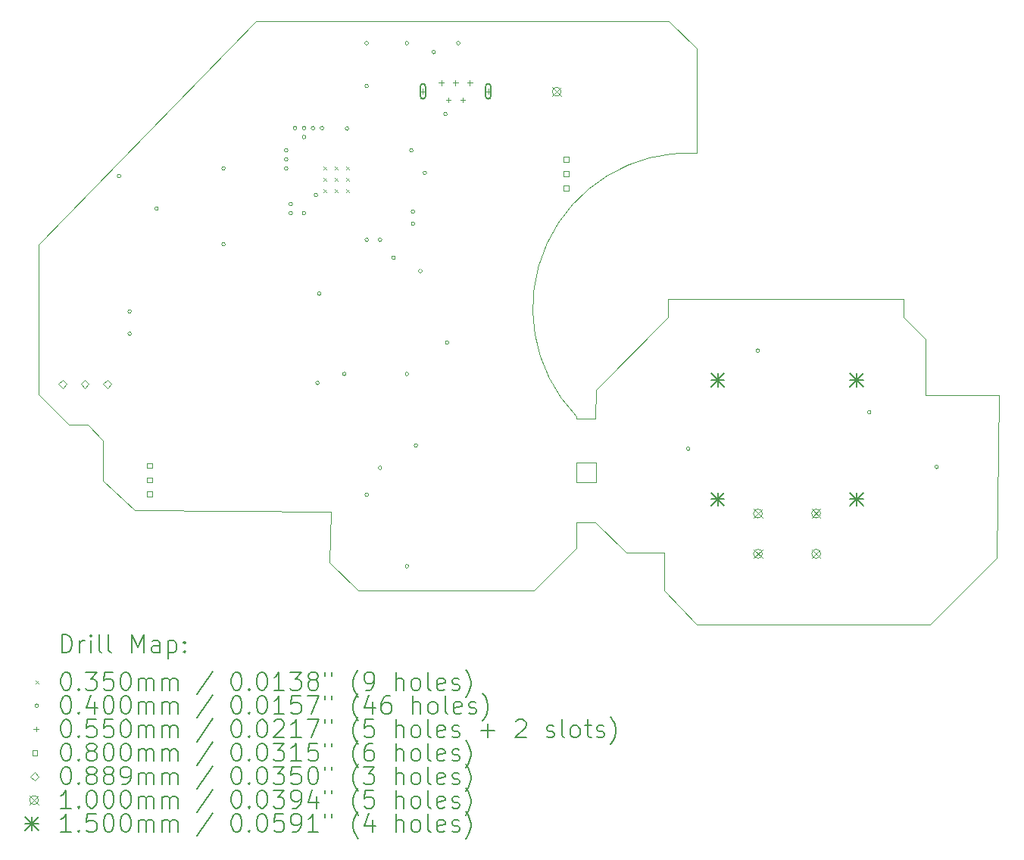
<source format=gbr>
%TF.GenerationSoftware,KiCad,Pcbnew,7.0.5-7.0.5~ubuntu20.04.1*%
%TF.CreationDate,2023-06-07T06:16:21-05:00*%
%TF.ProjectId,Phobri64,50686f62-7269-4363-942e-6b696361645f,rev?*%
%TF.SameCoordinates,Original*%
%TF.FileFunction,Drillmap*%
%TF.FilePolarity,Positive*%
%FSLAX45Y45*%
G04 Gerber Fmt 4.5, Leading zero omitted, Abs format (unit mm)*
G04 Created by KiCad (PCBNEW 7.0.5-7.0.5~ubuntu20.04.1) date 2023-06-07 06:16:21*
%MOMM*%
%LPD*%
G01*
G04 APERTURE LIST*
%ADD10C,0.100000*%
%ADD11C,0.200000*%
%ADD12C,0.035000*%
%ADD13C,0.040000*%
%ADD14C,0.055000*%
%ADD15C,0.080000*%
%ADD16C,0.088900*%
%ADD17C,0.150000*%
G04 APERTURE END LIST*
D10*
X18147328Y-11990749D02*
X18132035Y-12554892D01*
X20895584Y-12109428D02*
X20893277Y-12398563D01*
X18459985Y-12874347D02*
X20420892Y-12872647D01*
X15431942Y-11020526D02*
X15605298Y-11193883D01*
X22237236Y-7981042D02*
G75*
G03*
X20893277Y-10921936I-92219J-1735392D01*
G01*
X20420892Y-12872647D02*
X20893277Y-12398563D01*
X24850000Y-13250000D02*
X25595128Y-12503581D01*
X21110455Y-11660250D02*
X20893277Y-11660250D01*
X20893277Y-10950000D02*
X20893277Y-10921936D01*
X21916680Y-9817654D02*
X21110455Y-10623878D01*
X24554537Y-9816121D02*
X24553838Y-9615998D01*
X14886501Y-10682269D02*
X15224759Y-11020526D01*
X18132035Y-12554892D02*
X18459985Y-12874347D01*
X25595128Y-12503581D02*
X25622395Y-10690612D01*
X15955326Y-11973757D02*
X18147328Y-11990749D01*
X22243717Y-13250000D02*
X24850000Y-13250000D01*
X21874881Y-12449651D02*
X21450000Y-12450000D01*
X21930712Y-6500562D02*
X17313499Y-6500562D01*
X15605298Y-11193883D02*
X15605298Y-11646303D01*
X15605298Y-11646303D02*
X15955326Y-11973757D01*
X24799777Y-10691319D02*
X24799777Y-10061360D01*
X14886501Y-8999438D02*
X14886501Y-10682269D01*
X17313499Y-6500562D02*
X14886501Y-8999438D01*
X21918146Y-9615407D02*
X21916680Y-9817654D01*
X22238038Y-6807420D02*
X21930712Y-6500562D01*
X15224759Y-11020526D02*
X15431942Y-11020526D01*
X21110271Y-12109593D02*
X20895584Y-12109428D01*
X25622395Y-10690612D02*
X24799777Y-10691319D01*
X20893974Y-11440545D02*
X20893277Y-11660250D01*
X21450000Y-12450000D02*
X21110271Y-12109593D01*
X24553838Y-9615998D02*
X21918146Y-9615407D01*
X21110271Y-10950000D02*
X21110455Y-10623878D01*
X21110271Y-10950000D02*
X20893277Y-10950000D01*
X21110455Y-11440000D02*
X21110455Y-11660250D01*
X21110455Y-11440000D02*
X20893974Y-11440545D01*
X24799777Y-10061360D02*
X24554537Y-9816121D01*
X22237236Y-7981041D02*
X22238038Y-6807420D01*
X21875332Y-12874066D02*
X21874881Y-12449651D01*
X21875332Y-12874066D02*
X22243717Y-13250000D01*
D11*
D12*
X18062812Y-8126609D02*
X18097812Y-8161609D01*
X18097812Y-8126609D02*
X18062812Y-8161609D01*
X18062812Y-8256609D02*
X18097812Y-8291609D01*
X18097812Y-8256609D02*
X18062812Y-8291609D01*
X18062812Y-8386609D02*
X18097812Y-8421609D01*
X18097812Y-8386609D02*
X18062812Y-8421609D01*
X18192812Y-8126609D02*
X18227812Y-8161609D01*
X18227812Y-8126609D02*
X18192812Y-8161609D01*
X18192812Y-8256609D02*
X18227812Y-8291609D01*
X18227812Y-8256609D02*
X18192812Y-8291609D01*
X18192812Y-8386609D02*
X18227812Y-8421609D01*
X18227812Y-8386609D02*
X18192812Y-8421609D01*
X18322812Y-8126609D02*
X18357812Y-8161609D01*
X18357812Y-8126609D02*
X18322812Y-8161609D01*
X18322812Y-8256609D02*
X18357812Y-8291609D01*
X18357812Y-8256609D02*
X18322812Y-8291609D01*
X18322812Y-8386609D02*
X18357812Y-8421609D01*
X18357812Y-8386609D02*
X18322812Y-8421609D01*
D13*
X15802875Y-8236072D02*
G75*
G03*
X15802875Y-8236072I-20000J0D01*
G01*
X15920000Y-9750000D02*
G75*
G03*
X15920000Y-9750000I-20000J0D01*
G01*
X15920000Y-10000000D02*
G75*
G03*
X15920000Y-10000000I-20000J0D01*
G01*
X16220000Y-8600000D02*
G75*
G03*
X16220000Y-8600000I-20000J0D01*
G01*
X16970000Y-8150000D02*
G75*
G03*
X16970000Y-8150000I-20000J0D01*
G01*
X16970000Y-9000000D02*
G75*
G03*
X16970000Y-9000000I-20000J0D01*
G01*
X17670000Y-7950000D02*
G75*
G03*
X17670000Y-7950000I-20000J0D01*
G01*
X17670000Y-8050000D02*
G75*
G03*
X17670000Y-8050000I-20000J0D01*
G01*
X17670000Y-8150000D02*
G75*
G03*
X17670000Y-8150000I-20000J0D01*
G01*
X17720000Y-8550000D02*
G75*
G03*
X17720000Y-8550000I-20000J0D01*
G01*
X17720000Y-8650000D02*
G75*
G03*
X17720000Y-8650000I-20000J0D01*
G01*
X17770000Y-7700000D02*
G75*
G03*
X17770000Y-7700000I-20000J0D01*
G01*
X17870000Y-7700000D02*
G75*
G03*
X17870000Y-7700000I-20000J0D01*
G01*
X17870000Y-7800000D02*
G75*
G03*
X17870000Y-7800000I-20000J0D01*
G01*
X17870000Y-8650000D02*
G75*
G03*
X17870000Y-8650000I-20000J0D01*
G01*
X17970000Y-7700000D02*
G75*
G03*
X17970000Y-7700000I-20000J0D01*
G01*
X18003119Y-8450000D02*
G75*
G03*
X18003119Y-8450000I-20000J0D01*
G01*
X18020000Y-10550000D02*
G75*
G03*
X18020000Y-10550000I-20000J0D01*
G01*
X18039950Y-9550000D02*
G75*
G03*
X18039950Y-9550000I-20000J0D01*
G01*
X18070000Y-7700000D02*
G75*
G03*
X18070000Y-7700000I-20000J0D01*
G01*
X18320000Y-10450000D02*
G75*
G03*
X18320000Y-10450000I-20000J0D01*
G01*
X18350635Y-7705383D02*
G75*
G03*
X18350635Y-7705383I-20000J0D01*
G01*
X18570000Y-6750000D02*
G75*
G03*
X18570000Y-6750000I-20000J0D01*
G01*
X18570000Y-7230000D02*
G75*
G03*
X18570000Y-7230000I-20000J0D01*
G01*
X18570000Y-8950000D02*
G75*
G03*
X18570000Y-8950000I-20000J0D01*
G01*
X18570000Y-11800000D02*
G75*
G03*
X18570000Y-11800000I-20000J0D01*
G01*
X18720000Y-8950000D02*
G75*
G03*
X18720000Y-8950000I-20000J0D01*
G01*
X18720000Y-11500000D02*
G75*
G03*
X18720000Y-11500000I-20000J0D01*
G01*
X18870000Y-9150000D02*
G75*
G03*
X18870000Y-9150000I-20000J0D01*
G01*
X19020000Y-6750000D02*
G75*
G03*
X19020000Y-6750000I-20000J0D01*
G01*
X19020000Y-10450000D02*
G75*
G03*
X19020000Y-10450000I-20000J0D01*
G01*
X19020000Y-12600000D02*
G75*
G03*
X19020000Y-12600000I-20000J0D01*
G01*
X19070000Y-7950000D02*
G75*
G03*
X19070000Y-7950000I-20000J0D01*
G01*
X19087591Y-8635676D02*
G75*
G03*
X19087591Y-8635676I-20000J0D01*
G01*
X19089640Y-8769504D02*
G75*
G03*
X19089640Y-8769504I-20000J0D01*
G01*
X19120000Y-11250000D02*
G75*
G03*
X19120000Y-11250000I-20000J0D01*
G01*
X19170000Y-9300000D02*
G75*
G03*
X19170000Y-9300000I-20000J0D01*
G01*
X19220000Y-8200000D02*
G75*
G03*
X19220000Y-8200000I-20000J0D01*
G01*
X19320000Y-6850000D02*
G75*
G03*
X19320000Y-6850000I-20000J0D01*
G01*
X19450312Y-7544109D02*
G75*
G03*
X19450312Y-7544109I-20000J0D01*
G01*
X19470000Y-10100000D02*
G75*
G03*
X19470000Y-10100000I-20000J0D01*
G01*
X19595000Y-6750000D02*
G75*
G03*
X19595000Y-6750000I-20000J0D01*
G01*
X22165114Y-11286625D02*
G75*
G03*
X22165114Y-11286625I-20000J0D01*
G01*
X22942395Y-10190612D02*
G75*
G03*
X22942395Y-10190612I-20000J0D01*
G01*
X24187841Y-10876862D02*
G75*
G03*
X24187841Y-10876862I-20000J0D01*
G01*
X24942395Y-11490612D02*
G75*
G03*
X24942395Y-11490612I-20000J0D01*
G01*
D14*
X19179047Y-7261609D02*
X19179047Y-7316609D01*
X19151547Y-7289109D02*
X19206547Y-7289109D01*
D11*
X19206547Y-7346609D02*
X19206547Y-7231609D01*
X19206547Y-7231609D02*
G75*
G03*
X19151547Y-7231609I-27500J0D01*
G01*
X19151547Y-7231609D02*
X19151547Y-7346609D01*
X19151547Y-7346609D02*
G75*
G03*
X19206547Y-7346609I27500J0D01*
G01*
D14*
X19384047Y-7166609D02*
X19384047Y-7221609D01*
X19356547Y-7194109D02*
X19411547Y-7194109D01*
X19464047Y-7356609D02*
X19464047Y-7411609D01*
X19436547Y-7384109D02*
X19491547Y-7384109D01*
X19544047Y-7166609D02*
X19544047Y-7221609D01*
X19516547Y-7194109D02*
X19571547Y-7194109D01*
X19624047Y-7356609D02*
X19624047Y-7411609D01*
X19596547Y-7384109D02*
X19651547Y-7384109D01*
X19704047Y-7166609D02*
X19704047Y-7221609D01*
X19676547Y-7194109D02*
X19731547Y-7194109D01*
X19909047Y-7261609D02*
X19909047Y-7316609D01*
X19881547Y-7289109D02*
X19936547Y-7289109D01*
D11*
X19936547Y-7346609D02*
X19936547Y-7231609D01*
X19936547Y-7231609D02*
G75*
G03*
X19881547Y-7231609I-27500J0D01*
G01*
X19881547Y-7231609D02*
X19881547Y-7346609D01*
X19881547Y-7346609D02*
G75*
G03*
X19936547Y-7346609I27500J0D01*
G01*
D15*
X16153284Y-11503284D02*
X16153284Y-11446715D01*
X16096715Y-11446715D01*
X16096715Y-11503284D01*
X16153284Y-11503284D01*
X16153284Y-11663284D02*
X16153284Y-11606715D01*
X16096715Y-11606715D01*
X16096715Y-11663284D01*
X16153284Y-11663284D01*
X16153284Y-11823284D02*
X16153284Y-11766715D01*
X16096715Y-11766715D01*
X16096715Y-11823284D01*
X16153284Y-11823284D01*
X20808597Y-8078314D02*
X20808597Y-8021745D01*
X20752028Y-8021745D01*
X20752028Y-8078314D01*
X20808597Y-8078314D01*
X20808597Y-8238314D02*
X20808597Y-8181745D01*
X20752028Y-8181745D01*
X20752028Y-8238314D01*
X20808597Y-8238314D01*
X20808597Y-8398314D02*
X20808597Y-8341745D01*
X20752028Y-8341745D01*
X20752028Y-8398314D01*
X20808597Y-8398314D01*
D16*
X15150000Y-10608727D02*
X15194450Y-10564277D01*
X15150000Y-10519827D01*
X15105550Y-10564277D01*
X15150000Y-10608727D01*
X15400000Y-10608727D02*
X15444450Y-10564277D01*
X15400000Y-10519827D01*
X15355550Y-10564277D01*
X15400000Y-10608727D01*
X15650000Y-10608727D02*
X15694450Y-10564277D01*
X15650000Y-10519827D01*
X15605550Y-10564277D01*
X15650000Y-10608727D01*
D10*
X20624247Y-7243004D02*
X20724247Y-7343004D01*
X20724247Y-7243004D02*
X20624247Y-7343004D01*
X20724247Y-7293004D02*
G75*
G03*
X20724247Y-7293004I-50000J0D01*
G01*
X22874482Y-11960867D02*
X22974482Y-12060867D01*
X22974482Y-11960867D02*
X22874482Y-12060867D01*
X22974482Y-12010867D02*
G75*
G03*
X22974482Y-12010867I-50000J0D01*
G01*
X22874482Y-12410867D02*
X22974482Y-12510867D01*
X22974482Y-12410867D02*
X22874482Y-12510867D01*
X22974482Y-12460867D02*
G75*
G03*
X22974482Y-12460867I-50000J0D01*
G01*
X23524482Y-11960867D02*
X23624482Y-12060867D01*
X23624482Y-11960867D02*
X23524482Y-12060867D01*
X23624482Y-12010867D02*
G75*
G03*
X23624482Y-12010867I-50000J0D01*
G01*
X23524482Y-12410867D02*
X23624482Y-12510867D01*
X23624482Y-12410867D02*
X23524482Y-12510867D01*
X23624482Y-12460867D02*
G75*
G03*
X23624482Y-12460867I-50000J0D01*
G01*
D17*
X22399482Y-10445867D02*
X22549482Y-10595867D01*
X22549482Y-10445867D02*
X22399482Y-10595867D01*
X22474482Y-10445867D02*
X22474482Y-10595867D01*
X22399482Y-10520867D02*
X22549482Y-10520867D01*
X22399482Y-11775867D02*
X22549482Y-11925867D01*
X22549482Y-11775867D02*
X22399482Y-11925867D01*
X22474482Y-11775867D02*
X22474482Y-11925867D01*
X22399482Y-11850867D02*
X22549482Y-11850867D01*
X23949482Y-10445867D02*
X24099482Y-10595867D01*
X24099482Y-10445867D02*
X23949482Y-10595867D01*
X24024482Y-10445867D02*
X24024482Y-10595867D01*
X23949482Y-10520867D02*
X24099482Y-10520867D01*
X23949482Y-11775867D02*
X24099482Y-11925867D01*
X24099482Y-11775867D02*
X23949482Y-11925867D01*
X24024482Y-11775867D02*
X24024482Y-11925867D01*
X23949482Y-11850867D02*
X24099482Y-11850867D01*
D11*
X15142278Y-13566484D02*
X15142278Y-13366484D01*
X15142278Y-13366484D02*
X15189897Y-13366484D01*
X15189897Y-13366484D02*
X15218469Y-13376008D01*
X15218469Y-13376008D02*
X15237516Y-13395055D01*
X15237516Y-13395055D02*
X15247040Y-13414103D01*
X15247040Y-13414103D02*
X15256564Y-13452198D01*
X15256564Y-13452198D02*
X15256564Y-13480769D01*
X15256564Y-13480769D02*
X15247040Y-13518865D01*
X15247040Y-13518865D02*
X15237516Y-13537912D01*
X15237516Y-13537912D02*
X15218469Y-13556960D01*
X15218469Y-13556960D02*
X15189897Y-13566484D01*
X15189897Y-13566484D02*
X15142278Y-13566484D01*
X15342278Y-13566484D02*
X15342278Y-13433150D01*
X15342278Y-13471246D02*
X15351802Y-13452198D01*
X15351802Y-13452198D02*
X15361326Y-13442674D01*
X15361326Y-13442674D02*
X15380373Y-13433150D01*
X15380373Y-13433150D02*
X15399421Y-13433150D01*
X15466088Y-13566484D02*
X15466088Y-13433150D01*
X15466088Y-13366484D02*
X15456564Y-13376008D01*
X15456564Y-13376008D02*
X15466088Y-13385531D01*
X15466088Y-13385531D02*
X15475612Y-13376008D01*
X15475612Y-13376008D02*
X15466088Y-13366484D01*
X15466088Y-13366484D02*
X15466088Y-13385531D01*
X15589897Y-13566484D02*
X15570850Y-13556960D01*
X15570850Y-13556960D02*
X15561326Y-13537912D01*
X15561326Y-13537912D02*
X15561326Y-13366484D01*
X15694659Y-13566484D02*
X15675612Y-13556960D01*
X15675612Y-13556960D02*
X15666088Y-13537912D01*
X15666088Y-13537912D02*
X15666088Y-13366484D01*
X15923231Y-13566484D02*
X15923231Y-13366484D01*
X15923231Y-13366484D02*
X15989897Y-13509341D01*
X15989897Y-13509341D02*
X16056564Y-13366484D01*
X16056564Y-13366484D02*
X16056564Y-13566484D01*
X16237516Y-13566484D02*
X16237516Y-13461722D01*
X16237516Y-13461722D02*
X16227993Y-13442674D01*
X16227993Y-13442674D02*
X16208945Y-13433150D01*
X16208945Y-13433150D02*
X16170850Y-13433150D01*
X16170850Y-13433150D02*
X16151802Y-13442674D01*
X16237516Y-13556960D02*
X16218469Y-13566484D01*
X16218469Y-13566484D02*
X16170850Y-13566484D01*
X16170850Y-13566484D02*
X16151802Y-13556960D01*
X16151802Y-13556960D02*
X16142278Y-13537912D01*
X16142278Y-13537912D02*
X16142278Y-13518865D01*
X16142278Y-13518865D02*
X16151802Y-13499817D01*
X16151802Y-13499817D02*
X16170850Y-13490293D01*
X16170850Y-13490293D02*
X16218469Y-13490293D01*
X16218469Y-13490293D02*
X16237516Y-13480769D01*
X16332754Y-13433150D02*
X16332754Y-13633150D01*
X16332754Y-13442674D02*
X16351802Y-13433150D01*
X16351802Y-13433150D02*
X16389897Y-13433150D01*
X16389897Y-13433150D02*
X16408945Y-13442674D01*
X16408945Y-13442674D02*
X16418469Y-13452198D01*
X16418469Y-13452198D02*
X16427993Y-13471246D01*
X16427993Y-13471246D02*
X16427993Y-13528388D01*
X16427993Y-13528388D02*
X16418469Y-13547436D01*
X16418469Y-13547436D02*
X16408945Y-13556960D01*
X16408945Y-13556960D02*
X16389897Y-13566484D01*
X16389897Y-13566484D02*
X16351802Y-13566484D01*
X16351802Y-13566484D02*
X16332754Y-13556960D01*
X16513707Y-13547436D02*
X16523231Y-13556960D01*
X16523231Y-13556960D02*
X16513707Y-13566484D01*
X16513707Y-13566484D02*
X16504183Y-13556960D01*
X16504183Y-13556960D02*
X16513707Y-13547436D01*
X16513707Y-13547436D02*
X16513707Y-13566484D01*
X16513707Y-13442674D02*
X16523231Y-13452198D01*
X16523231Y-13452198D02*
X16513707Y-13461722D01*
X16513707Y-13461722D02*
X16504183Y-13452198D01*
X16504183Y-13452198D02*
X16513707Y-13442674D01*
X16513707Y-13442674D02*
X16513707Y-13461722D01*
D12*
X14846501Y-13877500D02*
X14881501Y-13912500D01*
X14881501Y-13877500D02*
X14846501Y-13912500D01*
D11*
X15180373Y-13786484D02*
X15199421Y-13786484D01*
X15199421Y-13786484D02*
X15218469Y-13796008D01*
X15218469Y-13796008D02*
X15227993Y-13805531D01*
X15227993Y-13805531D02*
X15237516Y-13824579D01*
X15237516Y-13824579D02*
X15247040Y-13862674D01*
X15247040Y-13862674D02*
X15247040Y-13910293D01*
X15247040Y-13910293D02*
X15237516Y-13948388D01*
X15237516Y-13948388D02*
X15227993Y-13967436D01*
X15227993Y-13967436D02*
X15218469Y-13976960D01*
X15218469Y-13976960D02*
X15199421Y-13986484D01*
X15199421Y-13986484D02*
X15180373Y-13986484D01*
X15180373Y-13986484D02*
X15161326Y-13976960D01*
X15161326Y-13976960D02*
X15151802Y-13967436D01*
X15151802Y-13967436D02*
X15142278Y-13948388D01*
X15142278Y-13948388D02*
X15132754Y-13910293D01*
X15132754Y-13910293D02*
X15132754Y-13862674D01*
X15132754Y-13862674D02*
X15142278Y-13824579D01*
X15142278Y-13824579D02*
X15151802Y-13805531D01*
X15151802Y-13805531D02*
X15161326Y-13796008D01*
X15161326Y-13796008D02*
X15180373Y-13786484D01*
X15332754Y-13967436D02*
X15342278Y-13976960D01*
X15342278Y-13976960D02*
X15332754Y-13986484D01*
X15332754Y-13986484D02*
X15323231Y-13976960D01*
X15323231Y-13976960D02*
X15332754Y-13967436D01*
X15332754Y-13967436D02*
X15332754Y-13986484D01*
X15408945Y-13786484D02*
X15532754Y-13786484D01*
X15532754Y-13786484D02*
X15466088Y-13862674D01*
X15466088Y-13862674D02*
X15494659Y-13862674D01*
X15494659Y-13862674D02*
X15513707Y-13872198D01*
X15513707Y-13872198D02*
X15523231Y-13881722D01*
X15523231Y-13881722D02*
X15532754Y-13900769D01*
X15532754Y-13900769D02*
X15532754Y-13948388D01*
X15532754Y-13948388D02*
X15523231Y-13967436D01*
X15523231Y-13967436D02*
X15513707Y-13976960D01*
X15513707Y-13976960D02*
X15494659Y-13986484D01*
X15494659Y-13986484D02*
X15437516Y-13986484D01*
X15437516Y-13986484D02*
X15418469Y-13976960D01*
X15418469Y-13976960D02*
X15408945Y-13967436D01*
X15713707Y-13786484D02*
X15618469Y-13786484D01*
X15618469Y-13786484D02*
X15608945Y-13881722D01*
X15608945Y-13881722D02*
X15618469Y-13872198D01*
X15618469Y-13872198D02*
X15637516Y-13862674D01*
X15637516Y-13862674D02*
X15685135Y-13862674D01*
X15685135Y-13862674D02*
X15704183Y-13872198D01*
X15704183Y-13872198D02*
X15713707Y-13881722D01*
X15713707Y-13881722D02*
X15723231Y-13900769D01*
X15723231Y-13900769D02*
X15723231Y-13948388D01*
X15723231Y-13948388D02*
X15713707Y-13967436D01*
X15713707Y-13967436D02*
X15704183Y-13976960D01*
X15704183Y-13976960D02*
X15685135Y-13986484D01*
X15685135Y-13986484D02*
X15637516Y-13986484D01*
X15637516Y-13986484D02*
X15618469Y-13976960D01*
X15618469Y-13976960D02*
X15608945Y-13967436D01*
X15847040Y-13786484D02*
X15866088Y-13786484D01*
X15866088Y-13786484D02*
X15885135Y-13796008D01*
X15885135Y-13796008D02*
X15894659Y-13805531D01*
X15894659Y-13805531D02*
X15904183Y-13824579D01*
X15904183Y-13824579D02*
X15913707Y-13862674D01*
X15913707Y-13862674D02*
X15913707Y-13910293D01*
X15913707Y-13910293D02*
X15904183Y-13948388D01*
X15904183Y-13948388D02*
X15894659Y-13967436D01*
X15894659Y-13967436D02*
X15885135Y-13976960D01*
X15885135Y-13976960D02*
X15866088Y-13986484D01*
X15866088Y-13986484D02*
X15847040Y-13986484D01*
X15847040Y-13986484D02*
X15827993Y-13976960D01*
X15827993Y-13976960D02*
X15818469Y-13967436D01*
X15818469Y-13967436D02*
X15808945Y-13948388D01*
X15808945Y-13948388D02*
X15799421Y-13910293D01*
X15799421Y-13910293D02*
X15799421Y-13862674D01*
X15799421Y-13862674D02*
X15808945Y-13824579D01*
X15808945Y-13824579D02*
X15818469Y-13805531D01*
X15818469Y-13805531D02*
X15827993Y-13796008D01*
X15827993Y-13796008D02*
X15847040Y-13786484D01*
X15999421Y-13986484D02*
X15999421Y-13853150D01*
X15999421Y-13872198D02*
X16008945Y-13862674D01*
X16008945Y-13862674D02*
X16027993Y-13853150D01*
X16027993Y-13853150D02*
X16056564Y-13853150D01*
X16056564Y-13853150D02*
X16075612Y-13862674D01*
X16075612Y-13862674D02*
X16085135Y-13881722D01*
X16085135Y-13881722D02*
X16085135Y-13986484D01*
X16085135Y-13881722D02*
X16094659Y-13862674D01*
X16094659Y-13862674D02*
X16113707Y-13853150D01*
X16113707Y-13853150D02*
X16142278Y-13853150D01*
X16142278Y-13853150D02*
X16161326Y-13862674D01*
X16161326Y-13862674D02*
X16170850Y-13881722D01*
X16170850Y-13881722D02*
X16170850Y-13986484D01*
X16266088Y-13986484D02*
X16266088Y-13853150D01*
X16266088Y-13872198D02*
X16275612Y-13862674D01*
X16275612Y-13862674D02*
X16294659Y-13853150D01*
X16294659Y-13853150D02*
X16323231Y-13853150D01*
X16323231Y-13853150D02*
X16342278Y-13862674D01*
X16342278Y-13862674D02*
X16351802Y-13881722D01*
X16351802Y-13881722D02*
X16351802Y-13986484D01*
X16351802Y-13881722D02*
X16361326Y-13862674D01*
X16361326Y-13862674D02*
X16380374Y-13853150D01*
X16380374Y-13853150D02*
X16408945Y-13853150D01*
X16408945Y-13853150D02*
X16427993Y-13862674D01*
X16427993Y-13862674D02*
X16437516Y-13881722D01*
X16437516Y-13881722D02*
X16437516Y-13986484D01*
X16827993Y-13776960D02*
X16656564Y-14034103D01*
X17085136Y-13786484D02*
X17104183Y-13786484D01*
X17104183Y-13786484D02*
X17123231Y-13796008D01*
X17123231Y-13796008D02*
X17132755Y-13805531D01*
X17132755Y-13805531D02*
X17142279Y-13824579D01*
X17142279Y-13824579D02*
X17151802Y-13862674D01*
X17151802Y-13862674D02*
X17151802Y-13910293D01*
X17151802Y-13910293D02*
X17142279Y-13948388D01*
X17142279Y-13948388D02*
X17132755Y-13967436D01*
X17132755Y-13967436D02*
X17123231Y-13976960D01*
X17123231Y-13976960D02*
X17104183Y-13986484D01*
X17104183Y-13986484D02*
X17085136Y-13986484D01*
X17085136Y-13986484D02*
X17066088Y-13976960D01*
X17066088Y-13976960D02*
X17056564Y-13967436D01*
X17056564Y-13967436D02*
X17047040Y-13948388D01*
X17047040Y-13948388D02*
X17037517Y-13910293D01*
X17037517Y-13910293D02*
X17037517Y-13862674D01*
X17037517Y-13862674D02*
X17047040Y-13824579D01*
X17047040Y-13824579D02*
X17056564Y-13805531D01*
X17056564Y-13805531D02*
X17066088Y-13796008D01*
X17066088Y-13796008D02*
X17085136Y-13786484D01*
X17237517Y-13967436D02*
X17247040Y-13976960D01*
X17247040Y-13976960D02*
X17237517Y-13986484D01*
X17237517Y-13986484D02*
X17227993Y-13976960D01*
X17227993Y-13976960D02*
X17237517Y-13967436D01*
X17237517Y-13967436D02*
X17237517Y-13986484D01*
X17370850Y-13786484D02*
X17389898Y-13786484D01*
X17389898Y-13786484D02*
X17408945Y-13796008D01*
X17408945Y-13796008D02*
X17418469Y-13805531D01*
X17418469Y-13805531D02*
X17427993Y-13824579D01*
X17427993Y-13824579D02*
X17437517Y-13862674D01*
X17437517Y-13862674D02*
X17437517Y-13910293D01*
X17437517Y-13910293D02*
X17427993Y-13948388D01*
X17427993Y-13948388D02*
X17418469Y-13967436D01*
X17418469Y-13967436D02*
X17408945Y-13976960D01*
X17408945Y-13976960D02*
X17389898Y-13986484D01*
X17389898Y-13986484D02*
X17370850Y-13986484D01*
X17370850Y-13986484D02*
X17351802Y-13976960D01*
X17351802Y-13976960D02*
X17342279Y-13967436D01*
X17342279Y-13967436D02*
X17332755Y-13948388D01*
X17332755Y-13948388D02*
X17323231Y-13910293D01*
X17323231Y-13910293D02*
X17323231Y-13862674D01*
X17323231Y-13862674D02*
X17332755Y-13824579D01*
X17332755Y-13824579D02*
X17342279Y-13805531D01*
X17342279Y-13805531D02*
X17351802Y-13796008D01*
X17351802Y-13796008D02*
X17370850Y-13786484D01*
X17627993Y-13986484D02*
X17513707Y-13986484D01*
X17570850Y-13986484D02*
X17570850Y-13786484D01*
X17570850Y-13786484D02*
X17551802Y-13815055D01*
X17551802Y-13815055D02*
X17532755Y-13834103D01*
X17532755Y-13834103D02*
X17513707Y-13843627D01*
X17694660Y-13786484D02*
X17818469Y-13786484D01*
X17818469Y-13786484D02*
X17751802Y-13862674D01*
X17751802Y-13862674D02*
X17780374Y-13862674D01*
X17780374Y-13862674D02*
X17799421Y-13872198D01*
X17799421Y-13872198D02*
X17808945Y-13881722D01*
X17808945Y-13881722D02*
X17818469Y-13900769D01*
X17818469Y-13900769D02*
X17818469Y-13948388D01*
X17818469Y-13948388D02*
X17808945Y-13967436D01*
X17808945Y-13967436D02*
X17799421Y-13976960D01*
X17799421Y-13976960D02*
X17780374Y-13986484D01*
X17780374Y-13986484D02*
X17723231Y-13986484D01*
X17723231Y-13986484D02*
X17704183Y-13976960D01*
X17704183Y-13976960D02*
X17694660Y-13967436D01*
X17932755Y-13872198D02*
X17913707Y-13862674D01*
X17913707Y-13862674D02*
X17904183Y-13853150D01*
X17904183Y-13853150D02*
X17894660Y-13834103D01*
X17894660Y-13834103D02*
X17894660Y-13824579D01*
X17894660Y-13824579D02*
X17904183Y-13805531D01*
X17904183Y-13805531D02*
X17913707Y-13796008D01*
X17913707Y-13796008D02*
X17932755Y-13786484D01*
X17932755Y-13786484D02*
X17970850Y-13786484D01*
X17970850Y-13786484D02*
X17989898Y-13796008D01*
X17989898Y-13796008D02*
X17999421Y-13805531D01*
X17999421Y-13805531D02*
X18008945Y-13824579D01*
X18008945Y-13824579D02*
X18008945Y-13834103D01*
X18008945Y-13834103D02*
X17999421Y-13853150D01*
X17999421Y-13853150D02*
X17989898Y-13862674D01*
X17989898Y-13862674D02*
X17970850Y-13872198D01*
X17970850Y-13872198D02*
X17932755Y-13872198D01*
X17932755Y-13872198D02*
X17913707Y-13881722D01*
X17913707Y-13881722D02*
X17904183Y-13891246D01*
X17904183Y-13891246D02*
X17894660Y-13910293D01*
X17894660Y-13910293D02*
X17894660Y-13948388D01*
X17894660Y-13948388D02*
X17904183Y-13967436D01*
X17904183Y-13967436D02*
X17913707Y-13976960D01*
X17913707Y-13976960D02*
X17932755Y-13986484D01*
X17932755Y-13986484D02*
X17970850Y-13986484D01*
X17970850Y-13986484D02*
X17989898Y-13976960D01*
X17989898Y-13976960D02*
X17999421Y-13967436D01*
X17999421Y-13967436D02*
X18008945Y-13948388D01*
X18008945Y-13948388D02*
X18008945Y-13910293D01*
X18008945Y-13910293D02*
X17999421Y-13891246D01*
X17999421Y-13891246D02*
X17989898Y-13881722D01*
X17989898Y-13881722D02*
X17970850Y-13872198D01*
X18085136Y-13786484D02*
X18085136Y-13824579D01*
X18161326Y-13786484D02*
X18161326Y-13824579D01*
X18456564Y-14062674D02*
X18447041Y-14053150D01*
X18447041Y-14053150D02*
X18427993Y-14024579D01*
X18427993Y-14024579D02*
X18418469Y-14005531D01*
X18418469Y-14005531D02*
X18408945Y-13976960D01*
X18408945Y-13976960D02*
X18399422Y-13929341D01*
X18399422Y-13929341D02*
X18399422Y-13891246D01*
X18399422Y-13891246D02*
X18408945Y-13843627D01*
X18408945Y-13843627D02*
X18418469Y-13815055D01*
X18418469Y-13815055D02*
X18427993Y-13796008D01*
X18427993Y-13796008D02*
X18447041Y-13767436D01*
X18447041Y-13767436D02*
X18456564Y-13757912D01*
X18542279Y-13986484D02*
X18580374Y-13986484D01*
X18580374Y-13986484D02*
X18599422Y-13976960D01*
X18599422Y-13976960D02*
X18608945Y-13967436D01*
X18608945Y-13967436D02*
X18627993Y-13938865D01*
X18627993Y-13938865D02*
X18637517Y-13900769D01*
X18637517Y-13900769D02*
X18637517Y-13824579D01*
X18637517Y-13824579D02*
X18627993Y-13805531D01*
X18627993Y-13805531D02*
X18618469Y-13796008D01*
X18618469Y-13796008D02*
X18599422Y-13786484D01*
X18599422Y-13786484D02*
X18561326Y-13786484D01*
X18561326Y-13786484D02*
X18542279Y-13796008D01*
X18542279Y-13796008D02*
X18532755Y-13805531D01*
X18532755Y-13805531D02*
X18523231Y-13824579D01*
X18523231Y-13824579D02*
X18523231Y-13872198D01*
X18523231Y-13872198D02*
X18532755Y-13891246D01*
X18532755Y-13891246D02*
X18542279Y-13900769D01*
X18542279Y-13900769D02*
X18561326Y-13910293D01*
X18561326Y-13910293D02*
X18599422Y-13910293D01*
X18599422Y-13910293D02*
X18618469Y-13900769D01*
X18618469Y-13900769D02*
X18627993Y-13891246D01*
X18627993Y-13891246D02*
X18637517Y-13872198D01*
X18875612Y-13986484D02*
X18875612Y-13786484D01*
X18961326Y-13986484D02*
X18961326Y-13881722D01*
X18961326Y-13881722D02*
X18951803Y-13862674D01*
X18951803Y-13862674D02*
X18932755Y-13853150D01*
X18932755Y-13853150D02*
X18904183Y-13853150D01*
X18904183Y-13853150D02*
X18885136Y-13862674D01*
X18885136Y-13862674D02*
X18875612Y-13872198D01*
X19085136Y-13986484D02*
X19066088Y-13976960D01*
X19066088Y-13976960D02*
X19056564Y-13967436D01*
X19056564Y-13967436D02*
X19047041Y-13948388D01*
X19047041Y-13948388D02*
X19047041Y-13891246D01*
X19047041Y-13891246D02*
X19056564Y-13872198D01*
X19056564Y-13872198D02*
X19066088Y-13862674D01*
X19066088Y-13862674D02*
X19085136Y-13853150D01*
X19085136Y-13853150D02*
X19113707Y-13853150D01*
X19113707Y-13853150D02*
X19132755Y-13862674D01*
X19132755Y-13862674D02*
X19142279Y-13872198D01*
X19142279Y-13872198D02*
X19151803Y-13891246D01*
X19151803Y-13891246D02*
X19151803Y-13948388D01*
X19151803Y-13948388D02*
X19142279Y-13967436D01*
X19142279Y-13967436D02*
X19132755Y-13976960D01*
X19132755Y-13976960D02*
X19113707Y-13986484D01*
X19113707Y-13986484D02*
X19085136Y-13986484D01*
X19266088Y-13986484D02*
X19247041Y-13976960D01*
X19247041Y-13976960D02*
X19237517Y-13957912D01*
X19237517Y-13957912D02*
X19237517Y-13786484D01*
X19418469Y-13976960D02*
X19399422Y-13986484D01*
X19399422Y-13986484D02*
X19361326Y-13986484D01*
X19361326Y-13986484D02*
X19342279Y-13976960D01*
X19342279Y-13976960D02*
X19332755Y-13957912D01*
X19332755Y-13957912D02*
X19332755Y-13881722D01*
X19332755Y-13881722D02*
X19342279Y-13862674D01*
X19342279Y-13862674D02*
X19361326Y-13853150D01*
X19361326Y-13853150D02*
X19399422Y-13853150D01*
X19399422Y-13853150D02*
X19418469Y-13862674D01*
X19418469Y-13862674D02*
X19427993Y-13881722D01*
X19427993Y-13881722D02*
X19427993Y-13900769D01*
X19427993Y-13900769D02*
X19332755Y-13919817D01*
X19504184Y-13976960D02*
X19523231Y-13986484D01*
X19523231Y-13986484D02*
X19561326Y-13986484D01*
X19561326Y-13986484D02*
X19580374Y-13976960D01*
X19580374Y-13976960D02*
X19589898Y-13957912D01*
X19589898Y-13957912D02*
X19589898Y-13948388D01*
X19589898Y-13948388D02*
X19580374Y-13929341D01*
X19580374Y-13929341D02*
X19561326Y-13919817D01*
X19561326Y-13919817D02*
X19532755Y-13919817D01*
X19532755Y-13919817D02*
X19513707Y-13910293D01*
X19513707Y-13910293D02*
X19504184Y-13891246D01*
X19504184Y-13891246D02*
X19504184Y-13881722D01*
X19504184Y-13881722D02*
X19513707Y-13862674D01*
X19513707Y-13862674D02*
X19532755Y-13853150D01*
X19532755Y-13853150D02*
X19561326Y-13853150D01*
X19561326Y-13853150D02*
X19580374Y-13862674D01*
X19656565Y-14062674D02*
X19666088Y-14053150D01*
X19666088Y-14053150D02*
X19685136Y-14024579D01*
X19685136Y-14024579D02*
X19694660Y-14005531D01*
X19694660Y-14005531D02*
X19704184Y-13976960D01*
X19704184Y-13976960D02*
X19713707Y-13929341D01*
X19713707Y-13929341D02*
X19713707Y-13891246D01*
X19713707Y-13891246D02*
X19704184Y-13843627D01*
X19704184Y-13843627D02*
X19694660Y-13815055D01*
X19694660Y-13815055D02*
X19685136Y-13796008D01*
X19685136Y-13796008D02*
X19666088Y-13767436D01*
X19666088Y-13767436D02*
X19656565Y-13757912D01*
D13*
X14881501Y-14159000D02*
G75*
G03*
X14881501Y-14159000I-20000J0D01*
G01*
D11*
X15180373Y-14050484D02*
X15199421Y-14050484D01*
X15199421Y-14050484D02*
X15218469Y-14060008D01*
X15218469Y-14060008D02*
X15227993Y-14069531D01*
X15227993Y-14069531D02*
X15237516Y-14088579D01*
X15237516Y-14088579D02*
X15247040Y-14126674D01*
X15247040Y-14126674D02*
X15247040Y-14174293D01*
X15247040Y-14174293D02*
X15237516Y-14212388D01*
X15237516Y-14212388D02*
X15227993Y-14231436D01*
X15227993Y-14231436D02*
X15218469Y-14240960D01*
X15218469Y-14240960D02*
X15199421Y-14250484D01*
X15199421Y-14250484D02*
X15180373Y-14250484D01*
X15180373Y-14250484D02*
X15161326Y-14240960D01*
X15161326Y-14240960D02*
X15151802Y-14231436D01*
X15151802Y-14231436D02*
X15142278Y-14212388D01*
X15142278Y-14212388D02*
X15132754Y-14174293D01*
X15132754Y-14174293D02*
X15132754Y-14126674D01*
X15132754Y-14126674D02*
X15142278Y-14088579D01*
X15142278Y-14088579D02*
X15151802Y-14069531D01*
X15151802Y-14069531D02*
X15161326Y-14060008D01*
X15161326Y-14060008D02*
X15180373Y-14050484D01*
X15332754Y-14231436D02*
X15342278Y-14240960D01*
X15342278Y-14240960D02*
X15332754Y-14250484D01*
X15332754Y-14250484D02*
X15323231Y-14240960D01*
X15323231Y-14240960D02*
X15332754Y-14231436D01*
X15332754Y-14231436D02*
X15332754Y-14250484D01*
X15513707Y-14117150D02*
X15513707Y-14250484D01*
X15466088Y-14040960D02*
X15418469Y-14183817D01*
X15418469Y-14183817D02*
X15542278Y-14183817D01*
X15656564Y-14050484D02*
X15675612Y-14050484D01*
X15675612Y-14050484D02*
X15694659Y-14060008D01*
X15694659Y-14060008D02*
X15704183Y-14069531D01*
X15704183Y-14069531D02*
X15713707Y-14088579D01*
X15713707Y-14088579D02*
X15723231Y-14126674D01*
X15723231Y-14126674D02*
X15723231Y-14174293D01*
X15723231Y-14174293D02*
X15713707Y-14212388D01*
X15713707Y-14212388D02*
X15704183Y-14231436D01*
X15704183Y-14231436D02*
X15694659Y-14240960D01*
X15694659Y-14240960D02*
X15675612Y-14250484D01*
X15675612Y-14250484D02*
X15656564Y-14250484D01*
X15656564Y-14250484D02*
X15637516Y-14240960D01*
X15637516Y-14240960D02*
X15627993Y-14231436D01*
X15627993Y-14231436D02*
X15618469Y-14212388D01*
X15618469Y-14212388D02*
X15608945Y-14174293D01*
X15608945Y-14174293D02*
X15608945Y-14126674D01*
X15608945Y-14126674D02*
X15618469Y-14088579D01*
X15618469Y-14088579D02*
X15627993Y-14069531D01*
X15627993Y-14069531D02*
X15637516Y-14060008D01*
X15637516Y-14060008D02*
X15656564Y-14050484D01*
X15847040Y-14050484D02*
X15866088Y-14050484D01*
X15866088Y-14050484D02*
X15885135Y-14060008D01*
X15885135Y-14060008D02*
X15894659Y-14069531D01*
X15894659Y-14069531D02*
X15904183Y-14088579D01*
X15904183Y-14088579D02*
X15913707Y-14126674D01*
X15913707Y-14126674D02*
X15913707Y-14174293D01*
X15913707Y-14174293D02*
X15904183Y-14212388D01*
X15904183Y-14212388D02*
X15894659Y-14231436D01*
X15894659Y-14231436D02*
X15885135Y-14240960D01*
X15885135Y-14240960D02*
X15866088Y-14250484D01*
X15866088Y-14250484D02*
X15847040Y-14250484D01*
X15847040Y-14250484D02*
X15827993Y-14240960D01*
X15827993Y-14240960D02*
X15818469Y-14231436D01*
X15818469Y-14231436D02*
X15808945Y-14212388D01*
X15808945Y-14212388D02*
X15799421Y-14174293D01*
X15799421Y-14174293D02*
X15799421Y-14126674D01*
X15799421Y-14126674D02*
X15808945Y-14088579D01*
X15808945Y-14088579D02*
X15818469Y-14069531D01*
X15818469Y-14069531D02*
X15827993Y-14060008D01*
X15827993Y-14060008D02*
X15847040Y-14050484D01*
X15999421Y-14250484D02*
X15999421Y-14117150D01*
X15999421Y-14136198D02*
X16008945Y-14126674D01*
X16008945Y-14126674D02*
X16027993Y-14117150D01*
X16027993Y-14117150D02*
X16056564Y-14117150D01*
X16056564Y-14117150D02*
X16075612Y-14126674D01*
X16075612Y-14126674D02*
X16085135Y-14145722D01*
X16085135Y-14145722D02*
X16085135Y-14250484D01*
X16085135Y-14145722D02*
X16094659Y-14126674D01*
X16094659Y-14126674D02*
X16113707Y-14117150D01*
X16113707Y-14117150D02*
X16142278Y-14117150D01*
X16142278Y-14117150D02*
X16161326Y-14126674D01*
X16161326Y-14126674D02*
X16170850Y-14145722D01*
X16170850Y-14145722D02*
X16170850Y-14250484D01*
X16266088Y-14250484D02*
X16266088Y-14117150D01*
X16266088Y-14136198D02*
X16275612Y-14126674D01*
X16275612Y-14126674D02*
X16294659Y-14117150D01*
X16294659Y-14117150D02*
X16323231Y-14117150D01*
X16323231Y-14117150D02*
X16342278Y-14126674D01*
X16342278Y-14126674D02*
X16351802Y-14145722D01*
X16351802Y-14145722D02*
X16351802Y-14250484D01*
X16351802Y-14145722D02*
X16361326Y-14126674D01*
X16361326Y-14126674D02*
X16380374Y-14117150D01*
X16380374Y-14117150D02*
X16408945Y-14117150D01*
X16408945Y-14117150D02*
X16427993Y-14126674D01*
X16427993Y-14126674D02*
X16437516Y-14145722D01*
X16437516Y-14145722D02*
X16437516Y-14250484D01*
X16827993Y-14040960D02*
X16656564Y-14298103D01*
X17085136Y-14050484D02*
X17104183Y-14050484D01*
X17104183Y-14050484D02*
X17123231Y-14060008D01*
X17123231Y-14060008D02*
X17132755Y-14069531D01*
X17132755Y-14069531D02*
X17142279Y-14088579D01*
X17142279Y-14088579D02*
X17151802Y-14126674D01*
X17151802Y-14126674D02*
X17151802Y-14174293D01*
X17151802Y-14174293D02*
X17142279Y-14212388D01*
X17142279Y-14212388D02*
X17132755Y-14231436D01*
X17132755Y-14231436D02*
X17123231Y-14240960D01*
X17123231Y-14240960D02*
X17104183Y-14250484D01*
X17104183Y-14250484D02*
X17085136Y-14250484D01*
X17085136Y-14250484D02*
X17066088Y-14240960D01*
X17066088Y-14240960D02*
X17056564Y-14231436D01*
X17056564Y-14231436D02*
X17047040Y-14212388D01*
X17047040Y-14212388D02*
X17037517Y-14174293D01*
X17037517Y-14174293D02*
X17037517Y-14126674D01*
X17037517Y-14126674D02*
X17047040Y-14088579D01*
X17047040Y-14088579D02*
X17056564Y-14069531D01*
X17056564Y-14069531D02*
X17066088Y-14060008D01*
X17066088Y-14060008D02*
X17085136Y-14050484D01*
X17237517Y-14231436D02*
X17247040Y-14240960D01*
X17247040Y-14240960D02*
X17237517Y-14250484D01*
X17237517Y-14250484D02*
X17227993Y-14240960D01*
X17227993Y-14240960D02*
X17237517Y-14231436D01*
X17237517Y-14231436D02*
X17237517Y-14250484D01*
X17370850Y-14050484D02*
X17389898Y-14050484D01*
X17389898Y-14050484D02*
X17408945Y-14060008D01*
X17408945Y-14060008D02*
X17418469Y-14069531D01*
X17418469Y-14069531D02*
X17427993Y-14088579D01*
X17427993Y-14088579D02*
X17437517Y-14126674D01*
X17437517Y-14126674D02*
X17437517Y-14174293D01*
X17437517Y-14174293D02*
X17427993Y-14212388D01*
X17427993Y-14212388D02*
X17418469Y-14231436D01*
X17418469Y-14231436D02*
X17408945Y-14240960D01*
X17408945Y-14240960D02*
X17389898Y-14250484D01*
X17389898Y-14250484D02*
X17370850Y-14250484D01*
X17370850Y-14250484D02*
X17351802Y-14240960D01*
X17351802Y-14240960D02*
X17342279Y-14231436D01*
X17342279Y-14231436D02*
X17332755Y-14212388D01*
X17332755Y-14212388D02*
X17323231Y-14174293D01*
X17323231Y-14174293D02*
X17323231Y-14126674D01*
X17323231Y-14126674D02*
X17332755Y-14088579D01*
X17332755Y-14088579D02*
X17342279Y-14069531D01*
X17342279Y-14069531D02*
X17351802Y-14060008D01*
X17351802Y-14060008D02*
X17370850Y-14050484D01*
X17627993Y-14250484D02*
X17513707Y-14250484D01*
X17570850Y-14250484D02*
X17570850Y-14050484D01*
X17570850Y-14050484D02*
X17551802Y-14079055D01*
X17551802Y-14079055D02*
X17532755Y-14098103D01*
X17532755Y-14098103D02*
X17513707Y-14107627D01*
X17808945Y-14050484D02*
X17713707Y-14050484D01*
X17713707Y-14050484D02*
X17704183Y-14145722D01*
X17704183Y-14145722D02*
X17713707Y-14136198D01*
X17713707Y-14136198D02*
X17732755Y-14126674D01*
X17732755Y-14126674D02*
X17780374Y-14126674D01*
X17780374Y-14126674D02*
X17799421Y-14136198D01*
X17799421Y-14136198D02*
X17808945Y-14145722D01*
X17808945Y-14145722D02*
X17818469Y-14164769D01*
X17818469Y-14164769D02*
X17818469Y-14212388D01*
X17818469Y-14212388D02*
X17808945Y-14231436D01*
X17808945Y-14231436D02*
X17799421Y-14240960D01*
X17799421Y-14240960D02*
X17780374Y-14250484D01*
X17780374Y-14250484D02*
X17732755Y-14250484D01*
X17732755Y-14250484D02*
X17713707Y-14240960D01*
X17713707Y-14240960D02*
X17704183Y-14231436D01*
X17885136Y-14050484D02*
X18018469Y-14050484D01*
X18018469Y-14050484D02*
X17932755Y-14250484D01*
X18085136Y-14050484D02*
X18085136Y-14088579D01*
X18161326Y-14050484D02*
X18161326Y-14088579D01*
X18456564Y-14326674D02*
X18447041Y-14317150D01*
X18447041Y-14317150D02*
X18427993Y-14288579D01*
X18427993Y-14288579D02*
X18418469Y-14269531D01*
X18418469Y-14269531D02*
X18408945Y-14240960D01*
X18408945Y-14240960D02*
X18399422Y-14193341D01*
X18399422Y-14193341D02*
X18399422Y-14155246D01*
X18399422Y-14155246D02*
X18408945Y-14107627D01*
X18408945Y-14107627D02*
X18418469Y-14079055D01*
X18418469Y-14079055D02*
X18427993Y-14060008D01*
X18427993Y-14060008D02*
X18447041Y-14031436D01*
X18447041Y-14031436D02*
X18456564Y-14021912D01*
X18618469Y-14117150D02*
X18618469Y-14250484D01*
X18570850Y-14040960D02*
X18523231Y-14183817D01*
X18523231Y-14183817D02*
X18647041Y-14183817D01*
X18808945Y-14050484D02*
X18770850Y-14050484D01*
X18770850Y-14050484D02*
X18751802Y-14060008D01*
X18751802Y-14060008D02*
X18742279Y-14069531D01*
X18742279Y-14069531D02*
X18723231Y-14098103D01*
X18723231Y-14098103D02*
X18713707Y-14136198D01*
X18713707Y-14136198D02*
X18713707Y-14212388D01*
X18713707Y-14212388D02*
X18723231Y-14231436D01*
X18723231Y-14231436D02*
X18732755Y-14240960D01*
X18732755Y-14240960D02*
X18751802Y-14250484D01*
X18751802Y-14250484D02*
X18789898Y-14250484D01*
X18789898Y-14250484D02*
X18808945Y-14240960D01*
X18808945Y-14240960D02*
X18818469Y-14231436D01*
X18818469Y-14231436D02*
X18827993Y-14212388D01*
X18827993Y-14212388D02*
X18827993Y-14164769D01*
X18827993Y-14164769D02*
X18818469Y-14145722D01*
X18818469Y-14145722D02*
X18808945Y-14136198D01*
X18808945Y-14136198D02*
X18789898Y-14126674D01*
X18789898Y-14126674D02*
X18751802Y-14126674D01*
X18751802Y-14126674D02*
X18732755Y-14136198D01*
X18732755Y-14136198D02*
X18723231Y-14145722D01*
X18723231Y-14145722D02*
X18713707Y-14164769D01*
X19066088Y-14250484D02*
X19066088Y-14050484D01*
X19151803Y-14250484D02*
X19151803Y-14145722D01*
X19151803Y-14145722D02*
X19142279Y-14126674D01*
X19142279Y-14126674D02*
X19123231Y-14117150D01*
X19123231Y-14117150D02*
X19094660Y-14117150D01*
X19094660Y-14117150D02*
X19075612Y-14126674D01*
X19075612Y-14126674D02*
X19066088Y-14136198D01*
X19275612Y-14250484D02*
X19256564Y-14240960D01*
X19256564Y-14240960D02*
X19247041Y-14231436D01*
X19247041Y-14231436D02*
X19237517Y-14212388D01*
X19237517Y-14212388D02*
X19237517Y-14155246D01*
X19237517Y-14155246D02*
X19247041Y-14136198D01*
X19247041Y-14136198D02*
X19256564Y-14126674D01*
X19256564Y-14126674D02*
X19275612Y-14117150D01*
X19275612Y-14117150D02*
X19304184Y-14117150D01*
X19304184Y-14117150D02*
X19323231Y-14126674D01*
X19323231Y-14126674D02*
X19332755Y-14136198D01*
X19332755Y-14136198D02*
X19342279Y-14155246D01*
X19342279Y-14155246D02*
X19342279Y-14212388D01*
X19342279Y-14212388D02*
X19332755Y-14231436D01*
X19332755Y-14231436D02*
X19323231Y-14240960D01*
X19323231Y-14240960D02*
X19304184Y-14250484D01*
X19304184Y-14250484D02*
X19275612Y-14250484D01*
X19456564Y-14250484D02*
X19437517Y-14240960D01*
X19437517Y-14240960D02*
X19427993Y-14221912D01*
X19427993Y-14221912D02*
X19427993Y-14050484D01*
X19608945Y-14240960D02*
X19589898Y-14250484D01*
X19589898Y-14250484D02*
X19551803Y-14250484D01*
X19551803Y-14250484D02*
X19532755Y-14240960D01*
X19532755Y-14240960D02*
X19523231Y-14221912D01*
X19523231Y-14221912D02*
X19523231Y-14145722D01*
X19523231Y-14145722D02*
X19532755Y-14126674D01*
X19532755Y-14126674D02*
X19551803Y-14117150D01*
X19551803Y-14117150D02*
X19589898Y-14117150D01*
X19589898Y-14117150D02*
X19608945Y-14126674D01*
X19608945Y-14126674D02*
X19618469Y-14145722D01*
X19618469Y-14145722D02*
X19618469Y-14164769D01*
X19618469Y-14164769D02*
X19523231Y-14183817D01*
X19694660Y-14240960D02*
X19713707Y-14250484D01*
X19713707Y-14250484D02*
X19751803Y-14250484D01*
X19751803Y-14250484D02*
X19770850Y-14240960D01*
X19770850Y-14240960D02*
X19780374Y-14221912D01*
X19780374Y-14221912D02*
X19780374Y-14212388D01*
X19780374Y-14212388D02*
X19770850Y-14193341D01*
X19770850Y-14193341D02*
X19751803Y-14183817D01*
X19751803Y-14183817D02*
X19723231Y-14183817D01*
X19723231Y-14183817D02*
X19704184Y-14174293D01*
X19704184Y-14174293D02*
X19694660Y-14155246D01*
X19694660Y-14155246D02*
X19694660Y-14145722D01*
X19694660Y-14145722D02*
X19704184Y-14126674D01*
X19704184Y-14126674D02*
X19723231Y-14117150D01*
X19723231Y-14117150D02*
X19751803Y-14117150D01*
X19751803Y-14117150D02*
X19770850Y-14126674D01*
X19847041Y-14326674D02*
X19856565Y-14317150D01*
X19856565Y-14317150D02*
X19875612Y-14288579D01*
X19875612Y-14288579D02*
X19885136Y-14269531D01*
X19885136Y-14269531D02*
X19894660Y-14240960D01*
X19894660Y-14240960D02*
X19904184Y-14193341D01*
X19904184Y-14193341D02*
X19904184Y-14155246D01*
X19904184Y-14155246D02*
X19894660Y-14107627D01*
X19894660Y-14107627D02*
X19885136Y-14079055D01*
X19885136Y-14079055D02*
X19875612Y-14060008D01*
X19875612Y-14060008D02*
X19856565Y-14031436D01*
X19856565Y-14031436D02*
X19847041Y-14021912D01*
D14*
X14854001Y-14395500D02*
X14854001Y-14450500D01*
X14826501Y-14423000D02*
X14881501Y-14423000D01*
D11*
X15180373Y-14314484D02*
X15199421Y-14314484D01*
X15199421Y-14314484D02*
X15218469Y-14324008D01*
X15218469Y-14324008D02*
X15227993Y-14333531D01*
X15227993Y-14333531D02*
X15237516Y-14352579D01*
X15237516Y-14352579D02*
X15247040Y-14390674D01*
X15247040Y-14390674D02*
X15247040Y-14438293D01*
X15247040Y-14438293D02*
X15237516Y-14476388D01*
X15237516Y-14476388D02*
X15227993Y-14495436D01*
X15227993Y-14495436D02*
X15218469Y-14504960D01*
X15218469Y-14504960D02*
X15199421Y-14514484D01*
X15199421Y-14514484D02*
X15180373Y-14514484D01*
X15180373Y-14514484D02*
X15161326Y-14504960D01*
X15161326Y-14504960D02*
X15151802Y-14495436D01*
X15151802Y-14495436D02*
X15142278Y-14476388D01*
X15142278Y-14476388D02*
X15132754Y-14438293D01*
X15132754Y-14438293D02*
X15132754Y-14390674D01*
X15132754Y-14390674D02*
X15142278Y-14352579D01*
X15142278Y-14352579D02*
X15151802Y-14333531D01*
X15151802Y-14333531D02*
X15161326Y-14324008D01*
X15161326Y-14324008D02*
X15180373Y-14314484D01*
X15332754Y-14495436D02*
X15342278Y-14504960D01*
X15342278Y-14504960D02*
X15332754Y-14514484D01*
X15332754Y-14514484D02*
X15323231Y-14504960D01*
X15323231Y-14504960D02*
X15332754Y-14495436D01*
X15332754Y-14495436D02*
X15332754Y-14514484D01*
X15523231Y-14314484D02*
X15427993Y-14314484D01*
X15427993Y-14314484D02*
X15418469Y-14409722D01*
X15418469Y-14409722D02*
X15427993Y-14400198D01*
X15427993Y-14400198D02*
X15447040Y-14390674D01*
X15447040Y-14390674D02*
X15494659Y-14390674D01*
X15494659Y-14390674D02*
X15513707Y-14400198D01*
X15513707Y-14400198D02*
X15523231Y-14409722D01*
X15523231Y-14409722D02*
X15532754Y-14428769D01*
X15532754Y-14428769D02*
X15532754Y-14476388D01*
X15532754Y-14476388D02*
X15523231Y-14495436D01*
X15523231Y-14495436D02*
X15513707Y-14504960D01*
X15513707Y-14504960D02*
X15494659Y-14514484D01*
X15494659Y-14514484D02*
X15447040Y-14514484D01*
X15447040Y-14514484D02*
X15427993Y-14504960D01*
X15427993Y-14504960D02*
X15418469Y-14495436D01*
X15713707Y-14314484D02*
X15618469Y-14314484D01*
X15618469Y-14314484D02*
X15608945Y-14409722D01*
X15608945Y-14409722D02*
X15618469Y-14400198D01*
X15618469Y-14400198D02*
X15637516Y-14390674D01*
X15637516Y-14390674D02*
X15685135Y-14390674D01*
X15685135Y-14390674D02*
X15704183Y-14400198D01*
X15704183Y-14400198D02*
X15713707Y-14409722D01*
X15713707Y-14409722D02*
X15723231Y-14428769D01*
X15723231Y-14428769D02*
X15723231Y-14476388D01*
X15723231Y-14476388D02*
X15713707Y-14495436D01*
X15713707Y-14495436D02*
X15704183Y-14504960D01*
X15704183Y-14504960D02*
X15685135Y-14514484D01*
X15685135Y-14514484D02*
X15637516Y-14514484D01*
X15637516Y-14514484D02*
X15618469Y-14504960D01*
X15618469Y-14504960D02*
X15608945Y-14495436D01*
X15847040Y-14314484D02*
X15866088Y-14314484D01*
X15866088Y-14314484D02*
X15885135Y-14324008D01*
X15885135Y-14324008D02*
X15894659Y-14333531D01*
X15894659Y-14333531D02*
X15904183Y-14352579D01*
X15904183Y-14352579D02*
X15913707Y-14390674D01*
X15913707Y-14390674D02*
X15913707Y-14438293D01*
X15913707Y-14438293D02*
X15904183Y-14476388D01*
X15904183Y-14476388D02*
X15894659Y-14495436D01*
X15894659Y-14495436D02*
X15885135Y-14504960D01*
X15885135Y-14504960D02*
X15866088Y-14514484D01*
X15866088Y-14514484D02*
X15847040Y-14514484D01*
X15847040Y-14514484D02*
X15827993Y-14504960D01*
X15827993Y-14504960D02*
X15818469Y-14495436D01*
X15818469Y-14495436D02*
X15808945Y-14476388D01*
X15808945Y-14476388D02*
X15799421Y-14438293D01*
X15799421Y-14438293D02*
X15799421Y-14390674D01*
X15799421Y-14390674D02*
X15808945Y-14352579D01*
X15808945Y-14352579D02*
X15818469Y-14333531D01*
X15818469Y-14333531D02*
X15827993Y-14324008D01*
X15827993Y-14324008D02*
X15847040Y-14314484D01*
X15999421Y-14514484D02*
X15999421Y-14381150D01*
X15999421Y-14400198D02*
X16008945Y-14390674D01*
X16008945Y-14390674D02*
X16027993Y-14381150D01*
X16027993Y-14381150D02*
X16056564Y-14381150D01*
X16056564Y-14381150D02*
X16075612Y-14390674D01*
X16075612Y-14390674D02*
X16085135Y-14409722D01*
X16085135Y-14409722D02*
X16085135Y-14514484D01*
X16085135Y-14409722D02*
X16094659Y-14390674D01*
X16094659Y-14390674D02*
X16113707Y-14381150D01*
X16113707Y-14381150D02*
X16142278Y-14381150D01*
X16142278Y-14381150D02*
X16161326Y-14390674D01*
X16161326Y-14390674D02*
X16170850Y-14409722D01*
X16170850Y-14409722D02*
X16170850Y-14514484D01*
X16266088Y-14514484D02*
X16266088Y-14381150D01*
X16266088Y-14400198D02*
X16275612Y-14390674D01*
X16275612Y-14390674D02*
X16294659Y-14381150D01*
X16294659Y-14381150D02*
X16323231Y-14381150D01*
X16323231Y-14381150D02*
X16342278Y-14390674D01*
X16342278Y-14390674D02*
X16351802Y-14409722D01*
X16351802Y-14409722D02*
X16351802Y-14514484D01*
X16351802Y-14409722D02*
X16361326Y-14390674D01*
X16361326Y-14390674D02*
X16380374Y-14381150D01*
X16380374Y-14381150D02*
X16408945Y-14381150D01*
X16408945Y-14381150D02*
X16427993Y-14390674D01*
X16427993Y-14390674D02*
X16437516Y-14409722D01*
X16437516Y-14409722D02*
X16437516Y-14514484D01*
X16827993Y-14304960D02*
X16656564Y-14562103D01*
X17085136Y-14314484D02*
X17104183Y-14314484D01*
X17104183Y-14314484D02*
X17123231Y-14324008D01*
X17123231Y-14324008D02*
X17132755Y-14333531D01*
X17132755Y-14333531D02*
X17142279Y-14352579D01*
X17142279Y-14352579D02*
X17151802Y-14390674D01*
X17151802Y-14390674D02*
X17151802Y-14438293D01*
X17151802Y-14438293D02*
X17142279Y-14476388D01*
X17142279Y-14476388D02*
X17132755Y-14495436D01*
X17132755Y-14495436D02*
X17123231Y-14504960D01*
X17123231Y-14504960D02*
X17104183Y-14514484D01*
X17104183Y-14514484D02*
X17085136Y-14514484D01*
X17085136Y-14514484D02*
X17066088Y-14504960D01*
X17066088Y-14504960D02*
X17056564Y-14495436D01*
X17056564Y-14495436D02*
X17047040Y-14476388D01*
X17047040Y-14476388D02*
X17037517Y-14438293D01*
X17037517Y-14438293D02*
X17037517Y-14390674D01*
X17037517Y-14390674D02*
X17047040Y-14352579D01*
X17047040Y-14352579D02*
X17056564Y-14333531D01*
X17056564Y-14333531D02*
X17066088Y-14324008D01*
X17066088Y-14324008D02*
X17085136Y-14314484D01*
X17237517Y-14495436D02*
X17247040Y-14504960D01*
X17247040Y-14504960D02*
X17237517Y-14514484D01*
X17237517Y-14514484D02*
X17227993Y-14504960D01*
X17227993Y-14504960D02*
X17237517Y-14495436D01*
X17237517Y-14495436D02*
X17237517Y-14514484D01*
X17370850Y-14314484D02*
X17389898Y-14314484D01*
X17389898Y-14314484D02*
X17408945Y-14324008D01*
X17408945Y-14324008D02*
X17418469Y-14333531D01*
X17418469Y-14333531D02*
X17427993Y-14352579D01*
X17427993Y-14352579D02*
X17437517Y-14390674D01*
X17437517Y-14390674D02*
X17437517Y-14438293D01*
X17437517Y-14438293D02*
X17427993Y-14476388D01*
X17427993Y-14476388D02*
X17418469Y-14495436D01*
X17418469Y-14495436D02*
X17408945Y-14504960D01*
X17408945Y-14504960D02*
X17389898Y-14514484D01*
X17389898Y-14514484D02*
X17370850Y-14514484D01*
X17370850Y-14514484D02*
X17351802Y-14504960D01*
X17351802Y-14504960D02*
X17342279Y-14495436D01*
X17342279Y-14495436D02*
X17332755Y-14476388D01*
X17332755Y-14476388D02*
X17323231Y-14438293D01*
X17323231Y-14438293D02*
X17323231Y-14390674D01*
X17323231Y-14390674D02*
X17332755Y-14352579D01*
X17332755Y-14352579D02*
X17342279Y-14333531D01*
X17342279Y-14333531D02*
X17351802Y-14324008D01*
X17351802Y-14324008D02*
X17370850Y-14314484D01*
X17513707Y-14333531D02*
X17523231Y-14324008D01*
X17523231Y-14324008D02*
X17542279Y-14314484D01*
X17542279Y-14314484D02*
X17589898Y-14314484D01*
X17589898Y-14314484D02*
X17608945Y-14324008D01*
X17608945Y-14324008D02*
X17618469Y-14333531D01*
X17618469Y-14333531D02*
X17627993Y-14352579D01*
X17627993Y-14352579D02*
X17627993Y-14371627D01*
X17627993Y-14371627D02*
X17618469Y-14400198D01*
X17618469Y-14400198D02*
X17504183Y-14514484D01*
X17504183Y-14514484D02*
X17627993Y-14514484D01*
X17818469Y-14514484D02*
X17704183Y-14514484D01*
X17761326Y-14514484D02*
X17761326Y-14314484D01*
X17761326Y-14314484D02*
X17742279Y-14343055D01*
X17742279Y-14343055D02*
X17723231Y-14362103D01*
X17723231Y-14362103D02*
X17704183Y-14371627D01*
X17885136Y-14314484D02*
X18018469Y-14314484D01*
X18018469Y-14314484D02*
X17932755Y-14514484D01*
X18085136Y-14314484D02*
X18085136Y-14352579D01*
X18161326Y-14314484D02*
X18161326Y-14352579D01*
X18456564Y-14590674D02*
X18447041Y-14581150D01*
X18447041Y-14581150D02*
X18427993Y-14552579D01*
X18427993Y-14552579D02*
X18418469Y-14533531D01*
X18418469Y-14533531D02*
X18408945Y-14504960D01*
X18408945Y-14504960D02*
X18399422Y-14457341D01*
X18399422Y-14457341D02*
X18399422Y-14419246D01*
X18399422Y-14419246D02*
X18408945Y-14371627D01*
X18408945Y-14371627D02*
X18418469Y-14343055D01*
X18418469Y-14343055D02*
X18427993Y-14324008D01*
X18427993Y-14324008D02*
X18447041Y-14295436D01*
X18447041Y-14295436D02*
X18456564Y-14285912D01*
X18627993Y-14314484D02*
X18532755Y-14314484D01*
X18532755Y-14314484D02*
X18523231Y-14409722D01*
X18523231Y-14409722D02*
X18532755Y-14400198D01*
X18532755Y-14400198D02*
X18551802Y-14390674D01*
X18551802Y-14390674D02*
X18599422Y-14390674D01*
X18599422Y-14390674D02*
X18618469Y-14400198D01*
X18618469Y-14400198D02*
X18627993Y-14409722D01*
X18627993Y-14409722D02*
X18637517Y-14428769D01*
X18637517Y-14428769D02*
X18637517Y-14476388D01*
X18637517Y-14476388D02*
X18627993Y-14495436D01*
X18627993Y-14495436D02*
X18618469Y-14504960D01*
X18618469Y-14504960D02*
X18599422Y-14514484D01*
X18599422Y-14514484D02*
X18551802Y-14514484D01*
X18551802Y-14514484D02*
X18532755Y-14504960D01*
X18532755Y-14504960D02*
X18523231Y-14495436D01*
X18875612Y-14514484D02*
X18875612Y-14314484D01*
X18961326Y-14514484D02*
X18961326Y-14409722D01*
X18961326Y-14409722D02*
X18951803Y-14390674D01*
X18951803Y-14390674D02*
X18932755Y-14381150D01*
X18932755Y-14381150D02*
X18904183Y-14381150D01*
X18904183Y-14381150D02*
X18885136Y-14390674D01*
X18885136Y-14390674D02*
X18875612Y-14400198D01*
X19085136Y-14514484D02*
X19066088Y-14504960D01*
X19066088Y-14504960D02*
X19056564Y-14495436D01*
X19056564Y-14495436D02*
X19047041Y-14476388D01*
X19047041Y-14476388D02*
X19047041Y-14419246D01*
X19047041Y-14419246D02*
X19056564Y-14400198D01*
X19056564Y-14400198D02*
X19066088Y-14390674D01*
X19066088Y-14390674D02*
X19085136Y-14381150D01*
X19085136Y-14381150D02*
X19113707Y-14381150D01*
X19113707Y-14381150D02*
X19132755Y-14390674D01*
X19132755Y-14390674D02*
X19142279Y-14400198D01*
X19142279Y-14400198D02*
X19151803Y-14419246D01*
X19151803Y-14419246D02*
X19151803Y-14476388D01*
X19151803Y-14476388D02*
X19142279Y-14495436D01*
X19142279Y-14495436D02*
X19132755Y-14504960D01*
X19132755Y-14504960D02*
X19113707Y-14514484D01*
X19113707Y-14514484D02*
X19085136Y-14514484D01*
X19266088Y-14514484D02*
X19247041Y-14504960D01*
X19247041Y-14504960D02*
X19237517Y-14485912D01*
X19237517Y-14485912D02*
X19237517Y-14314484D01*
X19418469Y-14504960D02*
X19399422Y-14514484D01*
X19399422Y-14514484D02*
X19361326Y-14514484D01*
X19361326Y-14514484D02*
X19342279Y-14504960D01*
X19342279Y-14504960D02*
X19332755Y-14485912D01*
X19332755Y-14485912D02*
X19332755Y-14409722D01*
X19332755Y-14409722D02*
X19342279Y-14390674D01*
X19342279Y-14390674D02*
X19361326Y-14381150D01*
X19361326Y-14381150D02*
X19399422Y-14381150D01*
X19399422Y-14381150D02*
X19418469Y-14390674D01*
X19418469Y-14390674D02*
X19427993Y-14409722D01*
X19427993Y-14409722D02*
X19427993Y-14428769D01*
X19427993Y-14428769D02*
X19332755Y-14447817D01*
X19504184Y-14504960D02*
X19523231Y-14514484D01*
X19523231Y-14514484D02*
X19561326Y-14514484D01*
X19561326Y-14514484D02*
X19580374Y-14504960D01*
X19580374Y-14504960D02*
X19589898Y-14485912D01*
X19589898Y-14485912D02*
X19589898Y-14476388D01*
X19589898Y-14476388D02*
X19580374Y-14457341D01*
X19580374Y-14457341D02*
X19561326Y-14447817D01*
X19561326Y-14447817D02*
X19532755Y-14447817D01*
X19532755Y-14447817D02*
X19513707Y-14438293D01*
X19513707Y-14438293D02*
X19504184Y-14419246D01*
X19504184Y-14419246D02*
X19504184Y-14409722D01*
X19504184Y-14409722D02*
X19513707Y-14390674D01*
X19513707Y-14390674D02*
X19532755Y-14381150D01*
X19532755Y-14381150D02*
X19561326Y-14381150D01*
X19561326Y-14381150D02*
X19580374Y-14390674D01*
X19827993Y-14438293D02*
X19980374Y-14438293D01*
X19904184Y-14514484D02*
X19904184Y-14362103D01*
X20218469Y-14333531D02*
X20227993Y-14324008D01*
X20227993Y-14324008D02*
X20247041Y-14314484D01*
X20247041Y-14314484D02*
X20294660Y-14314484D01*
X20294660Y-14314484D02*
X20313707Y-14324008D01*
X20313707Y-14324008D02*
X20323231Y-14333531D01*
X20323231Y-14333531D02*
X20332755Y-14352579D01*
X20332755Y-14352579D02*
X20332755Y-14371627D01*
X20332755Y-14371627D02*
X20323231Y-14400198D01*
X20323231Y-14400198D02*
X20208946Y-14514484D01*
X20208946Y-14514484D02*
X20332755Y-14514484D01*
X20561327Y-14504960D02*
X20580374Y-14514484D01*
X20580374Y-14514484D02*
X20618469Y-14514484D01*
X20618469Y-14514484D02*
X20637517Y-14504960D01*
X20637517Y-14504960D02*
X20647041Y-14485912D01*
X20647041Y-14485912D02*
X20647041Y-14476388D01*
X20647041Y-14476388D02*
X20637517Y-14457341D01*
X20637517Y-14457341D02*
X20618469Y-14447817D01*
X20618469Y-14447817D02*
X20589898Y-14447817D01*
X20589898Y-14447817D02*
X20570850Y-14438293D01*
X20570850Y-14438293D02*
X20561327Y-14419246D01*
X20561327Y-14419246D02*
X20561327Y-14409722D01*
X20561327Y-14409722D02*
X20570850Y-14390674D01*
X20570850Y-14390674D02*
X20589898Y-14381150D01*
X20589898Y-14381150D02*
X20618469Y-14381150D01*
X20618469Y-14381150D02*
X20637517Y-14390674D01*
X20761327Y-14514484D02*
X20742279Y-14504960D01*
X20742279Y-14504960D02*
X20732755Y-14485912D01*
X20732755Y-14485912D02*
X20732755Y-14314484D01*
X20866088Y-14514484D02*
X20847041Y-14504960D01*
X20847041Y-14504960D02*
X20837517Y-14495436D01*
X20837517Y-14495436D02*
X20827993Y-14476388D01*
X20827993Y-14476388D02*
X20827993Y-14419246D01*
X20827993Y-14419246D02*
X20837517Y-14400198D01*
X20837517Y-14400198D02*
X20847041Y-14390674D01*
X20847041Y-14390674D02*
X20866088Y-14381150D01*
X20866088Y-14381150D02*
X20894660Y-14381150D01*
X20894660Y-14381150D02*
X20913708Y-14390674D01*
X20913708Y-14390674D02*
X20923231Y-14400198D01*
X20923231Y-14400198D02*
X20932755Y-14419246D01*
X20932755Y-14419246D02*
X20932755Y-14476388D01*
X20932755Y-14476388D02*
X20923231Y-14495436D01*
X20923231Y-14495436D02*
X20913708Y-14504960D01*
X20913708Y-14504960D02*
X20894660Y-14514484D01*
X20894660Y-14514484D02*
X20866088Y-14514484D01*
X20989898Y-14381150D02*
X21066088Y-14381150D01*
X21018469Y-14314484D02*
X21018469Y-14485912D01*
X21018469Y-14485912D02*
X21027993Y-14504960D01*
X21027993Y-14504960D02*
X21047041Y-14514484D01*
X21047041Y-14514484D02*
X21066088Y-14514484D01*
X21123231Y-14504960D02*
X21142279Y-14514484D01*
X21142279Y-14514484D02*
X21180374Y-14514484D01*
X21180374Y-14514484D02*
X21199422Y-14504960D01*
X21199422Y-14504960D02*
X21208946Y-14485912D01*
X21208946Y-14485912D02*
X21208946Y-14476388D01*
X21208946Y-14476388D02*
X21199422Y-14457341D01*
X21199422Y-14457341D02*
X21180374Y-14447817D01*
X21180374Y-14447817D02*
X21151803Y-14447817D01*
X21151803Y-14447817D02*
X21132755Y-14438293D01*
X21132755Y-14438293D02*
X21123231Y-14419246D01*
X21123231Y-14419246D02*
X21123231Y-14409722D01*
X21123231Y-14409722D02*
X21132755Y-14390674D01*
X21132755Y-14390674D02*
X21151803Y-14381150D01*
X21151803Y-14381150D02*
X21180374Y-14381150D01*
X21180374Y-14381150D02*
X21199422Y-14390674D01*
X21275612Y-14590674D02*
X21285136Y-14581150D01*
X21285136Y-14581150D02*
X21304184Y-14552579D01*
X21304184Y-14552579D02*
X21313708Y-14533531D01*
X21313708Y-14533531D02*
X21323231Y-14504960D01*
X21323231Y-14504960D02*
X21332755Y-14457341D01*
X21332755Y-14457341D02*
X21332755Y-14419246D01*
X21332755Y-14419246D02*
X21323231Y-14371627D01*
X21323231Y-14371627D02*
X21313708Y-14343055D01*
X21313708Y-14343055D02*
X21304184Y-14324008D01*
X21304184Y-14324008D02*
X21285136Y-14295436D01*
X21285136Y-14295436D02*
X21275612Y-14285912D01*
D15*
X14869786Y-14715284D02*
X14869786Y-14658715D01*
X14813217Y-14658715D01*
X14813217Y-14715284D01*
X14869786Y-14715284D01*
D11*
X15180373Y-14578484D02*
X15199421Y-14578484D01*
X15199421Y-14578484D02*
X15218469Y-14588008D01*
X15218469Y-14588008D02*
X15227993Y-14597531D01*
X15227993Y-14597531D02*
X15237516Y-14616579D01*
X15237516Y-14616579D02*
X15247040Y-14654674D01*
X15247040Y-14654674D02*
X15247040Y-14702293D01*
X15247040Y-14702293D02*
X15237516Y-14740388D01*
X15237516Y-14740388D02*
X15227993Y-14759436D01*
X15227993Y-14759436D02*
X15218469Y-14768960D01*
X15218469Y-14768960D02*
X15199421Y-14778484D01*
X15199421Y-14778484D02*
X15180373Y-14778484D01*
X15180373Y-14778484D02*
X15161326Y-14768960D01*
X15161326Y-14768960D02*
X15151802Y-14759436D01*
X15151802Y-14759436D02*
X15142278Y-14740388D01*
X15142278Y-14740388D02*
X15132754Y-14702293D01*
X15132754Y-14702293D02*
X15132754Y-14654674D01*
X15132754Y-14654674D02*
X15142278Y-14616579D01*
X15142278Y-14616579D02*
X15151802Y-14597531D01*
X15151802Y-14597531D02*
X15161326Y-14588008D01*
X15161326Y-14588008D02*
X15180373Y-14578484D01*
X15332754Y-14759436D02*
X15342278Y-14768960D01*
X15342278Y-14768960D02*
X15332754Y-14778484D01*
X15332754Y-14778484D02*
X15323231Y-14768960D01*
X15323231Y-14768960D02*
X15332754Y-14759436D01*
X15332754Y-14759436D02*
X15332754Y-14778484D01*
X15456564Y-14664198D02*
X15437516Y-14654674D01*
X15437516Y-14654674D02*
X15427993Y-14645150D01*
X15427993Y-14645150D02*
X15418469Y-14626103D01*
X15418469Y-14626103D02*
X15418469Y-14616579D01*
X15418469Y-14616579D02*
X15427993Y-14597531D01*
X15427993Y-14597531D02*
X15437516Y-14588008D01*
X15437516Y-14588008D02*
X15456564Y-14578484D01*
X15456564Y-14578484D02*
X15494659Y-14578484D01*
X15494659Y-14578484D02*
X15513707Y-14588008D01*
X15513707Y-14588008D02*
X15523231Y-14597531D01*
X15523231Y-14597531D02*
X15532754Y-14616579D01*
X15532754Y-14616579D02*
X15532754Y-14626103D01*
X15532754Y-14626103D02*
X15523231Y-14645150D01*
X15523231Y-14645150D02*
X15513707Y-14654674D01*
X15513707Y-14654674D02*
X15494659Y-14664198D01*
X15494659Y-14664198D02*
X15456564Y-14664198D01*
X15456564Y-14664198D02*
X15437516Y-14673722D01*
X15437516Y-14673722D02*
X15427993Y-14683246D01*
X15427993Y-14683246D02*
X15418469Y-14702293D01*
X15418469Y-14702293D02*
X15418469Y-14740388D01*
X15418469Y-14740388D02*
X15427993Y-14759436D01*
X15427993Y-14759436D02*
X15437516Y-14768960D01*
X15437516Y-14768960D02*
X15456564Y-14778484D01*
X15456564Y-14778484D02*
X15494659Y-14778484D01*
X15494659Y-14778484D02*
X15513707Y-14768960D01*
X15513707Y-14768960D02*
X15523231Y-14759436D01*
X15523231Y-14759436D02*
X15532754Y-14740388D01*
X15532754Y-14740388D02*
X15532754Y-14702293D01*
X15532754Y-14702293D02*
X15523231Y-14683246D01*
X15523231Y-14683246D02*
X15513707Y-14673722D01*
X15513707Y-14673722D02*
X15494659Y-14664198D01*
X15656564Y-14578484D02*
X15675612Y-14578484D01*
X15675612Y-14578484D02*
X15694659Y-14588008D01*
X15694659Y-14588008D02*
X15704183Y-14597531D01*
X15704183Y-14597531D02*
X15713707Y-14616579D01*
X15713707Y-14616579D02*
X15723231Y-14654674D01*
X15723231Y-14654674D02*
X15723231Y-14702293D01*
X15723231Y-14702293D02*
X15713707Y-14740388D01*
X15713707Y-14740388D02*
X15704183Y-14759436D01*
X15704183Y-14759436D02*
X15694659Y-14768960D01*
X15694659Y-14768960D02*
X15675612Y-14778484D01*
X15675612Y-14778484D02*
X15656564Y-14778484D01*
X15656564Y-14778484D02*
X15637516Y-14768960D01*
X15637516Y-14768960D02*
X15627993Y-14759436D01*
X15627993Y-14759436D02*
X15618469Y-14740388D01*
X15618469Y-14740388D02*
X15608945Y-14702293D01*
X15608945Y-14702293D02*
X15608945Y-14654674D01*
X15608945Y-14654674D02*
X15618469Y-14616579D01*
X15618469Y-14616579D02*
X15627993Y-14597531D01*
X15627993Y-14597531D02*
X15637516Y-14588008D01*
X15637516Y-14588008D02*
X15656564Y-14578484D01*
X15847040Y-14578484D02*
X15866088Y-14578484D01*
X15866088Y-14578484D02*
X15885135Y-14588008D01*
X15885135Y-14588008D02*
X15894659Y-14597531D01*
X15894659Y-14597531D02*
X15904183Y-14616579D01*
X15904183Y-14616579D02*
X15913707Y-14654674D01*
X15913707Y-14654674D02*
X15913707Y-14702293D01*
X15913707Y-14702293D02*
X15904183Y-14740388D01*
X15904183Y-14740388D02*
X15894659Y-14759436D01*
X15894659Y-14759436D02*
X15885135Y-14768960D01*
X15885135Y-14768960D02*
X15866088Y-14778484D01*
X15866088Y-14778484D02*
X15847040Y-14778484D01*
X15847040Y-14778484D02*
X15827993Y-14768960D01*
X15827993Y-14768960D02*
X15818469Y-14759436D01*
X15818469Y-14759436D02*
X15808945Y-14740388D01*
X15808945Y-14740388D02*
X15799421Y-14702293D01*
X15799421Y-14702293D02*
X15799421Y-14654674D01*
X15799421Y-14654674D02*
X15808945Y-14616579D01*
X15808945Y-14616579D02*
X15818469Y-14597531D01*
X15818469Y-14597531D02*
X15827993Y-14588008D01*
X15827993Y-14588008D02*
X15847040Y-14578484D01*
X15999421Y-14778484D02*
X15999421Y-14645150D01*
X15999421Y-14664198D02*
X16008945Y-14654674D01*
X16008945Y-14654674D02*
X16027993Y-14645150D01*
X16027993Y-14645150D02*
X16056564Y-14645150D01*
X16056564Y-14645150D02*
X16075612Y-14654674D01*
X16075612Y-14654674D02*
X16085135Y-14673722D01*
X16085135Y-14673722D02*
X16085135Y-14778484D01*
X16085135Y-14673722D02*
X16094659Y-14654674D01*
X16094659Y-14654674D02*
X16113707Y-14645150D01*
X16113707Y-14645150D02*
X16142278Y-14645150D01*
X16142278Y-14645150D02*
X16161326Y-14654674D01*
X16161326Y-14654674D02*
X16170850Y-14673722D01*
X16170850Y-14673722D02*
X16170850Y-14778484D01*
X16266088Y-14778484D02*
X16266088Y-14645150D01*
X16266088Y-14664198D02*
X16275612Y-14654674D01*
X16275612Y-14654674D02*
X16294659Y-14645150D01*
X16294659Y-14645150D02*
X16323231Y-14645150D01*
X16323231Y-14645150D02*
X16342278Y-14654674D01*
X16342278Y-14654674D02*
X16351802Y-14673722D01*
X16351802Y-14673722D02*
X16351802Y-14778484D01*
X16351802Y-14673722D02*
X16361326Y-14654674D01*
X16361326Y-14654674D02*
X16380374Y-14645150D01*
X16380374Y-14645150D02*
X16408945Y-14645150D01*
X16408945Y-14645150D02*
X16427993Y-14654674D01*
X16427993Y-14654674D02*
X16437516Y-14673722D01*
X16437516Y-14673722D02*
X16437516Y-14778484D01*
X16827993Y-14568960D02*
X16656564Y-14826103D01*
X17085136Y-14578484D02*
X17104183Y-14578484D01*
X17104183Y-14578484D02*
X17123231Y-14588008D01*
X17123231Y-14588008D02*
X17132755Y-14597531D01*
X17132755Y-14597531D02*
X17142279Y-14616579D01*
X17142279Y-14616579D02*
X17151802Y-14654674D01*
X17151802Y-14654674D02*
X17151802Y-14702293D01*
X17151802Y-14702293D02*
X17142279Y-14740388D01*
X17142279Y-14740388D02*
X17132755Y-14759436D01*
X17132755Y-14759436D02*
X17123231Y-14768960D01*
X17123231Y-14768960D02*
X17104183Y-14778484D01*
X17104183Y-14778484D02*
X17085136Y-14778484D01*
X17085136Y-14778484D02*
X17066088Y-14768960D01*
X17066088Y-14768960D02*
X17056564Y-14759436D01*
X17056564Y-14759436D02*
X17047040Y-14740388D01*
X17047040Y-14740388D02*
X17037517Y-14702293D01*
X17037517Y-14702293D02*
X17037517Y-14654674D01*
X17037517Y-14654674D02*
X17047040Y-14616579D01*
X17047040Y-14616579D02*
X17056564Y-14597531D01*
X17056564Y-14597531D02*
X17066088Y-14588008D01*
X17066088Y-14588008D02*
X17085136Y-14578484D01*
X17237517Y-14759436D02*
X17247040Y-14768960D01*
X17247040Y-14768960D02*
X17237517Y-14778484D01*
X17237517Y-14778484D02*
X17227993Y-14768960D01*
X17227993Y-14768960D02*
X17237517Y-14759436D01*
X17237517Y-14759436D02*
X17237517Y-14778484D01*
X17370850Y-14578484D02*
X17389898Y-14578484D01*
X17389898Y-14578484D02*
X17408945Y-14588008D01*
X17408945Y-14588008D02*
X17418469Y-14597531D01*
X17418469Y-14597531D02*
X17427993Y-14616579D01*
X17427993Y-14616579D02*
X17437517Y-14654674D01*
X17437517Y-14654674D02*
X17437517Y-14702293D01*
X17437517Y-14702293D02*
X17427993Y-14740388D01*
X17427993Y-14740388D02*
X17418469Y-14759436D01*
X17418469Y-14759436D02*
X17408945Y-14768960D01*
X17408945Y-14768960D02*
X17389898Y-14778484D01*
X17389898Y-14778484D02*
X17370850Y-14778484D01*
X17370850Y-14778484D02*
X17351802Y-14768960D01*
X17351802Y-14768960D02*
X17342279Y-14759436D01*
X17342279Y-14759436D02*
X17332755Y-14740388D01*
X17332755Y-14740388D02*
X17323231Y-14702293D01*
X17323231Y-14702293D02*
X17323231Y-14654674D01*
X17323231Y-14654674D02*
X17332755Y-14616579D01*
X17332755Y-14616579D02*
X17342279Y-14597531D01*
X17342279Y-14597531D02*
X17351802Y-14588008D01*
X17351802Y-14588008D02*
X17370850Y-14578484D01*
X17504183Y-14578484D02*
X17627993Y-14578484D01*
X17627993Y-14578484D02*
X17561326Y-14654674D01*
X17561326Y-14654674D02*
X17589898Y-14654674D01*
X17589898Y-14654674D02*
X17608945Y-14664198D01*
X17608945Y-14664198D02*
X17618469Y-14673722D01*
X17618469Y-14673722D02*
X17627993Y-14692769D01*
X17627993Y-14692769D02*
X17627993Y-14740388D01*
X17627993Y-14740388D02*
X17618469Y-14759436D01*
X17618469Y-14759436D02*
X17608945Y-14768960D01*
X17608945Y-14768960D02*
X17589898Y-14778484D01*
X17589898Y-14778484D02*
X17532755Y-14778484D01*
X17532755Y-14778484D02*
X17513707Y-14768960D01*
X17513707Y-14768960D02*
X17504183Y-14759436D01*
X17818469Y-14778484D02*
X17704183Y-14778484D01*
X17761326Y-14778484D02*
X17761326Y-14578484D01*
X17761326Y-14578484D02*
X17742279Y-14607055D01*
X17742279Y-14607055D02*
X17723231Y-14626103D01*
X17723231Y-14626103D02*
X17704183Y-14635627D01*
X17999421Y-14578484D02*
X17904183Y-14578484D01*
X17904183Y-14578484D02*
X17894660Y-14673722D01*
X17894660Y-14673722D02*
X17904183Y-14664198D01*
X17904183Y-14664198D02*
X17923231Y-14654674D01*
X17923231Y-14654674D02*
X17970850Y-14654674D01*
X17970850Y-14654674D02*
X17989898Y-14664198D01*
X17989898Y-14664198D02*
X17999421Y-14673722D01*
X17999421Y-14673722D02*
X18008945Y-14692769D01*
X18008945Y-14692769D02*
X18008945Y-14740388D01*
X18008945Y-14740388D02*
X17999421Y-14759436D01*
X17999421Y-14759436D02*
X17989898Y-14768960D01*
X17989898Y-14768960D02*
X17970850Y-14778484D01*
X17970850Y-14778484D02*
X17923231Y-14778484D01*
X17923231Y-14778484D02*
X17904183Y-14768960D01*
X17904183Y-14768960D02*
X17894660Y-14759436D01*
X18085136Y-14578484D02*
X18085136Y-14616579D01*
X18161326Y-14578484D02*
X18161326Y-14616579D01*
X18456564Y-14854674D02*
X18447041Y-14845150D01*
X18447041Y-14845150D02*
X18427993Y-14816579D01*
X18427993Y-14816579D02*
X18418469Y-14797531D01*
X18418469Y-14797531D02*
X18408945Y-14768960D01*
X18408945Y-14768960D02*
X18399422Y-14721341D01*
X18399422Y-14721341D02*
X18399422Y-14683246D01*
X18399422Y-14683246D02*
X18408945Y-14635627D01*
X18408945Y-14635627D02*
X18418469Y-14607055D01*
X18418469Y-14607055D02*
X18427993Y-14588008D01*
X18427993Y-14588008D02*
X18447041Y-14559436D01*
X18447041Y-14559436D02*
X18456564Y-14549912D01*
X18618469Y-14578484D02*
X18580374Y-14578484D01*
X18580374Y-14578484D02*
X18561326Y-14588008D01*
X18561326Y-14588008D02*
X18551802Y-14597531D01*
X18551802Y-14597531D02*
X18532755Y-14626103D01*
X18532755Y-14626103D02*
X18523231Y-14664198D01*
X18523231Y-14664198D02*
X18523231Y-14740388D01*
X18523231Y-14740388D02*
X18532755Y-14759436D01*
X18532755Y-14759436D02*
X18542279Y-14768960D01*
X18542279Y-14768960D02*
X18561326Y-14778484D01*
X18561326Y-14778484D02*
X18599422Y-14778484D01*
X18599422Y-14778484D02*
X18618469Y-14768960D01*
X18618469Y-14768960D02*
X18627993Y-14759436D01*
X18627993Y-14759436D02*
X18637517Y-14740388D01*
X18637517Y-14740388D02*
X18637517Y-14692769D01*
X18637517Y-14692769D02*
X18627993Y-14673722D01*
X18627993Y-14673722D02*
X18618469Y-14664198D01*
X18618469Y-14664198D02*
X18599422Y-14654674D01*
X18599422Y-14654674D02*
X18561326Y-14654674D01*
X18561326Y-14654674D02*
X18542279Y-14664198D01*
X18542279Y-14664198D02*
X18532755Y-14673722D01*
X18532755Y-14673722D02*
X18523231Y-14692769D01*
X18875612Y-14778484D02*
X18875612Y-14578484D01*
X18961326Y-14778484D02*
X18961326Y-14673722D01*
X18961326Y-14673722D02*
X18951803Y-14654674D01*
X18951803Y-14654674D02*
X18932755Y-14645150D01*
X18932755Y-14645150D02*
X18904183Y-14645150D01*
X18904183Y-14645150D02*
X18885136Y-14654674D01*
X18885136Y-14654674D02*
X18875612Y-14664198D01*
X19085136Y-14778484D02*
X19066088Y-14768960D01*
X19066088Y-14768960D02*
X19056564Y-14759436D01*
X19056564Y-14759436D02*
X19047041Y-14740388D01*
X19047041Y-14740388D02*
X19047041Y-14683246D01*
X19047041Y-14683246D02*
X19056564Y-14664198D01*
X19056564Y-14664198D02*
X19066088Y-14654674D01*
X19066088Y-14654674D02*
X19085136Y-14645150D01*
X19085136Y-14645150D02*
X19113707Y-14645150D01*
X19113707Y-14645150D02*
X19132755Y-14654674D01*
X19132755Y-14654674D02*
X19142279Y-14664198D01*
X19142279Y-14664198D02*
X19151803Y-14683246D01*
X19151803Y-14683246D02*
X19151803Y-14740388D01*
X19151803Y-14740388D02*
X19142279Y-14759436D01*
X19142279Y-14759436D02*
X19132755Y-14768960D01*
X19132755Y-14768960D02*
X19113707Y-14778484D01*
X19113707Y-14778484D02*
X19085136Y-14778484D01*
X19266088Y-14778484D02*
X19247041Y-14768960D01*
X19247041Y-14768960D02*
X19237517Y-14749912D01*
X19237517Y-14749912D02*
X19237517Y-14578484D01*
X19418469Y-14768960D02*
X19399422Y-14778484D01*
X19399422Y-14778484D02*
X19361326Y-14778484D01*
X19361326Y-14778484D02*
X19342279Y-14768960D01*
X19342279Y-14768960D02*
X19332755Y-14749912D01*
X19332755Y-14749912D02*
X19332755Y-14673722D01*
X19332755Y-14673722D02*
X19342279Y-14654674D01*
X19342279Y-14654674D02*
X19361326Y-14645150D01*
X19361326Y-14645150D02*
X19399422Y-14645150D01*
X19399422Y-14645150D02*
X19418469Y-14654674D01*
X19418469Y-14654674D02*
X19427993Y-14673722D01*
X19427993Y-14673722D02*
X19427993Y-14692769D01*
X19427993Y-14692769D02*
X19332755Y-14711817D01*
X19504184Y-14768960D02*
X19523231Y-14778484D01*
X19523231Y-14778484D02*
X19561326Y-14778484D01*
X19561326Y-14778484D02*
X19580374Y-14768960D01*
X19580374Y-14768960D02*
X19589898Y-14749912D01*
X19589898Y-14749912D02*
X19589898Y-14740388D01*
X19589898Y-14740388D02*
X19580374Y-14721341D01*
X19580374Y-14721341D02*
X19561326Y-14711817D01*
X19561326Y-14711817D02*
X19532755Y-14711817D01*
X19532755Y-14711817D02*
X19513707Y-14702293D01*
X19513707Y-14702293D02*
X19504184Y-14683246D01*
X19504184Y-14683246D02*
X19504184Y-14673722D01*
X19504184Y-14673722D02*
X19513707Y-14654674D01*
X19513707Y-14654674D02*
X19532755Y-14645150D01*
X19532755Y-14645150D02*
X19561326Y-14645150D01*
X19561326Y-14645150D02*
X19580374Y-14654674D01*
X19656565Y-14854674D02*
X19666088Y-14845150D01*
X19666088Y-14845150D02*
X19685136Y-14816579D01*
X19685136Y-14816579D02*
X19694660Y-14797531D01*
X19694660Y-14797531D02*
X19704184Y-14768960D01*
X19704184Y-14768960D02*
X19713707Y-14721341D01*
X19713707Y-14721341D02*
X19713707Y-14683246D01*
X19713707Y-14683246D02*
X19704184Y-14635627D01*
X19704184Y-14635627D02*
X19694660Y-14607055D01*
X19694660Y-14607055D02*
X19685136Y-14588008D01*
X19685136Y-14588008D02*
X19666088Y-14559436D01*
X19666088Y-14559436D02*
X19656565Y-14549912D01*
D16*
X14837051Y-14995450D02*
X14881501Y-14951000D01*
X14837051Y-14906550D01*
X14792601Y-14951000D01*
X14837051Y-14995450D01*
D11*
X15180373Y-14842484D02*
X15199421Y-14842484D01*
X15199421Y-14842484D02*
X15218469Y-14852008D01*
X15218469Y-14852008D02*
X15227993Y-14861531D01*
X15227993Y-14861531D02*
X15237516Y-14880579D01*
X15237516Y-14880579D02*
X15247040Y-14918674D01*
X15247040Y-14918674D02*
X15247040Y-14966293D01*
X15247040Y-14966293D02*
X15237516Y-15004388D01*
X15237516Y-15004388D02*
X15227993Y-15023436D01*
X15227993Y-15023436D02*
X15218469Y-15032960D01*
X15218469Y-15032960D02*
X15199421Y-15042484D01*
X15199421Y-15042484D02*
X15180373Y-15042484D01*
X15180373Y-15042484D02*
X15161326Y-15032960D01*
X15161326Y-15032960D02*
X15151802Y-15023436D01*
X15151802Y-15023436D02*
X15142278Y-15004388D01*
X15142278Y-15004388D02*
X15132754Y-14966293D01*
X15132754Y-14966293D02*
X15132754Y-14918674D01*
X15132754Y-14918674D02*
X15142278Y-14880579D01*
X15142278Y-14880579D02*
X15151802Y-14861531D01*
X15151802Y-14861531D02*
X15161326Y-14852008D01*
X15161326Y-14852008D02*
X15180373Y-14842484D01*
X15332754Y-15023436D02*
X15342278Y-15032960D01*
X15342278Y-15032960D02*
X15332754Y-15042484D01*
X15332754Y-15042484D02*
X15323231Y-15032960D01*
X15323231Y-15032960D02*
X15332754Y-15023436D01*
X15332754Y-15023436D02*
X15332754Y-15042484D01*
X15456564Y-14928198D02*
X15437516Y-14918674D01*
X15437516Y-14918674D02*
X15427993Y-14909150D01*
X15427993Y-14909150D02*
X15418469Y-14890103D01*
X15418469Y-14890103D02*
X15418469Y-14880579D01*
X15418469Y-14880579D02*
X15427993Y-14861531D01*
X15427993Y-14861531D02*
X15437516Y-14852008D01*
X15437516Y-14852008D02*
X15456564Y-14842484D01*
X15456564Y-14842484D02*
X15494659Y-14842484D01*
X15494659Y-14842484D02*
X15513707Y-14852008D01*
X15513707Y-14852008D02*
X15523231Y-14861531D01*
X15523231Y-14861531D02*
X15532754Y-14880579D01*
X15532754Y-14880579D02*
X15532754Y-14890103D01*
X15532754Y-14890103D02*
X15523231Y-14909150D01*
X15523231Y-14909150D02*
X15513707Y-14918674D01*
X15513707Y-14918674D02*
X15494659Y-14928198D01*
X15494659Y-14928198D02*
X15456564Y-14928198D01*
X15456564Y-14928198D02*
X15437516Y-14937722D01*
X15437516Y-14937722D02*
X15427993Y-14947246D01*
X15427993Y-14947246D02*
X15418469Y-14966293D01*
X15418469Y-14966293D02*
X15418469Y-15004388D01*
X15418469Y-15004388D02*
X15427993Y-15023436D01*
X15427993Y-15023436D02*
X15437516Y-15032960D01*
X15437516Y-15032960D02*
X15456564Y-15042484D01*
X15456564Y-15042484D02*
X15494659Y-15042484D01*
X15494659Y-15042484D02*
X15513707Y-15032960D01*
X15513707Y-15032960D02*
X15523231Y-15023436D01*
X15523231Y-15023436D02*
X15532754Y-15004388D01*
X15532754Y-15004388D02*
X15532754Y-14966293D01*
X15532754Y-14966293D02*
X15523231Y-14947246D01*
X15523231Y-14947246D02*
X15513707Y-14937722D01*
X15513707Y-14937722D02*
X15494659Y-14928198D01*
X15647040Y-14928198D02*
X15627993Y-14918674D01*
X15627993Y-14918674D02*
X15618469Y-14909150D01*
X15618469Y-14909150D02*
X15608945Y-14890103D01*
X15608945Y-14890103D02*
X15608945Y-14880579D01*
X15608945Y-14880579D02*
X15618469Y-14861531D01*
X15618469Y-14861531D02*
X15627993Y-14852008D01*
X15627993Y-14852008D02*
X15647040Y-14842484D01*
X15647040Y-14842484D02*
X15685135Y-14842484D01*
X15685135Y-14842484D02*
X15704183Y-14852008D01*
X15704183Y-14852008D02*
X15713707Y-14861531D01*
X15713707Y-14861531D02*
X15723231Y-14880579D01*
X15723231Y-14880579D02*
X15723231Y-14890103D01*
X15723231Y-14890103D02*
X15713707Y-14909150D01*
X15713707Y-14909150D02*
X15704183Y-14918674D01*
X15704183Y-14918674D02*
X15685135Y-14928198D01*
X15685135Y-14928198D02*
X15647040Y-14928198D01*
X15647040Y-14928198D02*
X15627993Y-14937722D01*
X15627993Y-14937722D02*
X15618469Y-14947246D01*
X15618469Y-14947246D02*
X15608945Y-14966293D01*
X15608945Y-14966293D02*
X15608945Y-15004388D01*
X15608945Y-15004388D02*
X15618469Y-15023436D01*
X15618469Y-15023436D02*
X15627993Y-15032960D01*
X15627993Y-15032960D02*
X15647040Y-15042484D01*
X15647040Y-15042484D02*
X15685135Y-15042484D01*
X15685135Y-15042484D02*
X15704183Y-15032960D01*
X15704183Y-15032960D02*
X15713707Y-15023436D01*
X15713707Y-15023436D02*
X15723231Y-15004388D01*
X15723231Y-15004388D02*
X15723231Y-14966293D01*
X15723231Y-14966293D02*
X15713707Y-14947246D01*
X15713707Y-14947246D02*
X15704183Y-14937722D01*
X15704183Y-14937722D02*
X15685135Y-14928198D01*
X15818469Y-15042484D02*
X15856564Y-15042484D01*
X15856564Y-15042484D02*
X15875612Y-15032960D01*
X15875612Y-15032960D02*
X15885135Y-15023436D01*
X15885135Y-15023436D02*
X15904183Y-14994865D01*
X15904183Y-14994865D02*
X15913707Y-14956769D01*
X15913707Y-14956769D02*
X15913707Y-14880579D01*
X15913707Y-14880579D02*
X15904183Y-14861531D01*
X15904183Y-14861531D02*
X15894659Y-14852008D01*
X15894659Y-14852008D02*
X15875612Y-14842484D01*
X15875612Y-14842484D02*
X15837516Y-14842484D01*
X15837516Y-14842484D02*
X15818469Y-14852008D01*
X15818469Y-14852008D02*
X15808945Y-14861531D01*
X15808945Y-14861531D02*
X15799421Y-14880579D01*
X15799421Y-14880579D02*
X15799421Y-14928198D01*
X15799421Y-14928198D02*
X15808945Y-14947246D01*
X15808945Y-14947246D02*
X15818469Y-14956769D01*
X15818469Y-14956769D02*
X15837516Y-14966293D01*
X15837516Y-14966293D02*
X15875612Y-14966293D01*
X15875612Y-14966293D02*
X15894659Y-14956769D01*
X15894659Y-14956769D02*
X15904183Y-14947246D01*
X15904183Y-14947246D02*
X15913707Y-14928198D01*
X15999421Y-15042484D02*
X15999421Y-14909150D01*
X15999421Y-14928198D02*
X16008945Y-14918674D01*
X16008945Y-14918674D02*
X16027993Y-14909150D01*
X16027993Y-14909150D02*
X16056564Y-14909150D01*
X16056564Y-14909150D02*
X16075612Y-14918674D01*
X16075612Y-14918674D02*
X16085135Y-14937722D01*
X16085135Y-14937722D02*
X16085135Y-15042484D01*
X16085135Y-14937722D02*
X16094659Y-14918674D01*
X16094659Y-14918674D02*
X16113707Y-14909150D01*
X16113707Y-14909150D02*
X16142278Y-14909150D01*
X16142278Y-14909150D02*
X16161326Y-14918674D01*
X16161326Y-14918674D02*
X16170850Y-14937722D01*
X16170850Y-14937722D02*
X16170850Y-15042484D01*
X16266088Y-15042484D02*
X16266088Y-14909150D01*
X16266088Y-14928198D02*
X16275612Y-14918674D01*
X16275612Y-14918674D02*
X16294659Y-14909150D01*
X16294659Y-14909150D02*
X16323231Y-14909150D01*
X16323231Y-14909150D02*
X16342278Y-14918674D01*
X16342278Y-14918674D02*
X16351802Y-14937722D01*
X16351802Y-14937722D02*
X16351802Y-15042484D01*
X16351802Y-14937722D02*
X16361326Y-14918674D01*
X16361326Y-14918674D02*
X16380374Y-14909150D01*
X16380374Y-14909150D02*
X16408945Y-14909150D01*
X16408945Y-14909150D02*
X16427993Y-14918674D01*
X16427993Y-14918674D02*
X16437516Y-14937722D01*
X16437516Y-14937722D02*
X16437516Y-15042484D01*
X16827993Y-14832960D02*
X16656564Y-15090103D01*
X17085136Y-14842484D02*
X17104183Y-14842484D01*
X17104183Y-14842484D02*
X17123231Y-14852008D01*
X17123231Y-14852008D02*
X17132755Y-14861531D01*
X17132755Y-14861531D02*
X17142279Y-14880579D01*
X17142279Y-14880579D02*
X17151802Y-14918674D01*
X17151802Y-14918674D02*
X17151802Y-14966293D01*
X17151802Y-14966293D02*
X17142279Y-15004388D01*
X17142279Y-15004388D02*
X17132755Y-15023436D01*
X17132755Y-15023436D02*
X17123231Y-15032960D01*
X17123231Y-15032960D02*
X17104183Y-15042484D01*
X17104183Y-15042484D02*
X17085136Y-15042484D01*
X17085136Y-15042484D02*
X17066088Y-15032960D01*
X17066088Y-15032960D02*
X17056564Y-15023436D01*
X17056564Y-15023436D02*
X17047040Y-15004388D01*
X17047040Y-15004388D02*
X17037517Y-14966293D01*
X17037517Y-14966293D02*
X17037517Y-14918674D01*
X17037517Y-14918674D02*
X17047040Y-14880579D01*
X17047040Y-14880579D02*
X17056564Y-14861531D01*
X17056564Y-14861531D02*
X17066088Y-14852008D01*
X17066088Y-14852008D02*
X17085136Y-14842484D01*
X17237517Y-15023436D02*
X17247040Y-15032960D01*
X17247040Y-15032960D02*
X17237517Y-15042484D01*
X17237517Y-15042484D02*
X17227993Y-15032960D01*
X17227993Y-15032960D02*
X17237517Y-15023436D01*
X17237517Y-15023436D02*
X17237517Y-15042484D01*
X17370850Y-14842484D02*
X17389898Y-14842484D01*
X17389898Y-14842484D02*
X17408945Y-14852008D01*
X17408945Y-14852008D02*
X17418469Y-14861531D01*
X17418469Y-14861531D02*
X17427993Y-14880579D01*
X17427993Y-14880579D02*
X17437517Y-14918674D01*
X17437517Y-14918674D02*
X17437517Y-14966293D01*
X17437517Y-14966293D02*
X17427993Y-15004388D01*
X17427993Y-15004388D02*
X17418469Y-15023436D01*
X17418469Y-15023436D02*
X17408945Y-15032960D01*
X17408945Y-15032960D02*
X17389898Y-15042484D01*
X17389898Y-15042484D02*
X17370850Y-15042484D01*
X17370850Y-15042484D02*
X17351802Y-15032960D01*
X17351802Y-15032960D02*
X17342279Y-15023436D01*
X17342279Y-15023436D02*
X17332755Y-15004388D01*
X17332755Y-15004388D02*
X17323231Y-14966293D01*
X17323231Y-14966293D02*
X17323231Y-14918674D01*
X17323231Y-14918674D02*
X17332755Y-14880579D01*
X17332755Y-14880579D02*
X17342279Y-14861531D01*
X17342279Y-14861531D02*
X17351802Y-14852008D01*
X17351802Y-14852008D02*
X17370850Y-14842484D01*
X17504183Y-14842484D02*
X17627993Y-14842484D01*
X17627993Y-14842484D02*
X17561326Y-14918674D01*
X17561326Y-14918674D02*
X17589898Y-14918674D01*
X17589898Y-14918674D02*
X17608945Y-14928198D01*
X17608945Y-14928198D02*
X17618469Y-14937722D01*
X17618469Y-14937722D02*
X17627993Y-14956769D01*
X17627993Y-14956769D02*
X17627993Y-15004388D01*
X17627993Y-15004388D02*
X17618469Y-15023436D01*
X17618469Y-15023436D02*
X17608945Y-15032960D01*
X17608945Y-15032960D02*
X17589898Y-15042484D01*
X17589898Y-15042484D02*
X17532755Y-15042484D01*
X17532755Y-15042484D02*
X17513707Y-15032960D01*
X17513707Y-15032960D02*
X17504183Y-15023436D01*
X17808945Y-14842484D02*
X17713707Y-14842484D01*
X17713707Y-14842484D02*
X17704183Y-14937722D01*
X17704183Y-14937722D02*
X17713707Y-14928198D01*
X17713707Y-14928198D02*
X17732755Y-14918674D01*
X17732755Y-14918674D02*
X17780374Y-14918674D01*
X17780374Y-14918674D02*
X17799421Y-14928198D01*
X17799421Y-14928198D02*
X17808945Y-14937722D01*
X17808945Y-14937722D02*
X17818469Y-14956769D01*
X17818469Y-14956769D02*
X17818469Y-15004388D01*
X17818469Y-15004388D02*
X17808945Y-15023436D01*
X17808945Y-15023436D02*
X17799421Y-15032960D01*
X17799421Y-15032960D02*
X17780374Y-15042484D01*
X17780374Y-15042484D02*
X17732755Y-15042484D01*
X17732755Y-15042484D02*
X17713707Y-15032960D01*
X17713707Y-15032960D02*
X17704183Y-15023436D01*
X17942279Y-14842484D02*
X17961326Y-14842484D01*
X17961326Y-14842484D02*
X17980374Y-14852008D01*
X17980374Y-14852008D02*
X17989898Y-14861531D01*
X17989898Y-14861531D02*
X17999421Y-14880579D01*
X17999421Y-14880579D02*
X18008945Y-14918674D01*
X18008945Y-14918674D02*
X18008945Y-14966293D01*
X18008945Y-14966293D02*
X17999421Y-15004388D01*
X17999421Y-15004388D02*
X17989898Y-15023436D01*
X17989898Y-15023436D02*
X17980374Y-15032960D01*
X17980374Y-15032960D02*
X17961326Y-15042484D01*
X17961326Y-15042484D02*
X17942279Y-15042484D01*
X17942279Y-15042484D02*
X17923231Y-15032960D01*
X17923231Y-15032960D02*
X17913707Y-15023436D01*
X17913707Y-15023436D02*
X17904183Y-15004388D01*
X17904183Y-15004388D02*
X17894660Y-14966293D01*
X17894660Y-14966293D02*
X17894660Y-14918674D01*
X17894660Y-14918674D02*
X17904183Y-14880579D01*
X17904183Y-14880579D02*
X17913707Y-14861531D01*
X17913707Y-14861531D02*
X17923231Y-14852008D01*
X17923231Y-14852008D02*
X17942279Y-14842484D01*
X18085136Y-14842484D02*
X18085136Y-14880579D01*
X18161326Y-14842484D02*
X18161326Y-14880579D01*
X18456564Y-15118674D02*
X18447041Y-15109150D01*
X18447041Y-15109150D02*
X18427993Y-15080579D01*
X18427993Y-15080579D02*
X18418469Y-15061531D01*
X18418469Y-15061531D02*
X18408945Y-15032960D01*
X18408945Y-15032960D02*
X18399422Y-14985341D01*
X18399422Y-14985341D02*
X18399422Y-14947246D01*
X18399422Y-14947246D02*
X18408945Y-14899627D01*
X18408945Y-14899627D02*
X18418469Y-14871055D01*
X18418469Y-14871055D02*
X18427993Y-14852008D01*
X18427993Y-14852008D02*
X18447041Y-14823436D01*
X18447041Y-14823436D02*
X18456564Y-14813912D01*
X18513707Y-14842484D02*
X18637517Y-14842484D01*
X18637517Y-14842484D02*
X18570850Y-14918674D01*
X18570850Y-14918674D02*
X18599422Y-14918674D01*
X18599422Y-14918674D02*
X18618469Y-14928198D01*
X18618469Y-14928198D02*
X18627993Y-14937722D01*
X18627993Y-14937722D02*
X18637517Y-14956769D01*
X18637517Y-14956769D02*
X18637517Y-15004388D01*
X18637517Y-15004388D02*
X18627993Y-15023436D01*
X18627993Y-15023436D02*
X18618469Y-15032960D01*
X18618469Y-15032960D02*
X18599422Y-15042484D01*
X18599422Y-15042484D02*
X18542279Y-15042484D01*
X18542279Y-15042484D02*
X18523231Y-15032960D01*
X18523231Y-15032960D02*
X18513707Y-15023436D01*
X18875612Y-15042484D02*
X18875612Y-14842484D01*
X18961326Y-15042484D02*
X18961326Y-14937722D01*
X18961326Y-14937722D02*
X18951803Y-14918674D01*
X18951803Y-14918674D02*
X18932755Y-14909150D01*
X18932755Y-14909150D02*
X18904183Y-14909150D01*
X18904183Y-14909150D02*
X18885136Y-14918674D01*
X18885136Y-14918674D02*
X18875612Y-14928198D01*
X19085136Y-15042484D02*
X19066088Y-15032960D01*
X19066088Y-15032960D02*
X19056564Y-15023436D01*
X19056564Y-15023436D02*
X19047041Y-15004388D01*
X19047041Y-15004388D02*
X19047041Y-14947246D01*
X19047041Y-14947246D02*
X19056564Y-14928198D01*
X19056564Y-14928198D02*
X19066088Y-14918674D01*
X19066088Y-14918674D02*
X19085136Y-14909150D01*
X19085136Y-14909150D02*
X19113707Y-14909150D01*
X19113707Y-14909150D02*
X19132755Y-14918674D01*
X19132755Y-14918674D02*
X19142279Y-14928198D01*
X19142279Y-14928198D02*
X19151803Y-14947246D01*
X19151803Y-14947246D02*
X19151803Y-15004388D01*
X19151803Y-15004388D02*
X19142279Y-15023436D01*
X19142279Y-15023436D02*
X19132755Y-15032960D01*
X19132755Y-15032960D02*
X19113707Y-15042484D01*
X19113707Y-15042484D02*
X19085136Y-15042484D01*
X19266088Y-15042484D02*
X19247041Y-15032960D01*
X19247041Y-15032960D02*
X19237517Y-15013912D01*
X19237517Y-15013912D02*
X19237517Y-14842484D01*
X19418469Y-15032960D02*
X19399422Y-15042484D01*
X19399422Y-15042484D02*
X19361326Y-15042484D01*
X19361326Y-15042484D02*
X19342279Y-15032960D01*
X19342279Y-15032960D02*
X19332755Y-15013912D01*
X19332755Y-15013912D02*
X19332755Y-14937722D01*
X19332755Y-14937722D02*
X19342279Y-14918674D01*
X19342279Y-14918674D02*
X19361326Y-14909150D01*
X19361326Y-14909150D02*
X19399422Y-14909150D01*
X19399422Y-14909150D02*
X19418469Y-14918674D01*
X19418469Y-14918674D02*
X19427993Y-14937722D01*
X19427993Y-14937722D02*
X19427993Y-14956769D01*
X19427993Y-14956769D02*
X19332755Y-14975817D01*
X19504184Y-15032960D02*
X19523231Y-15042484D01*
X19523231Y-15042484D02*
X19561326Y-15042484D01*
X19561326Y-15042484D02*
X19580374Y-15032960D01*
X19580374Y-15032960D02*
X19589898Y-15013912D01*
X19589898Y-15013912D02*
X19589898Y-15004388D01*
X19589898Y-15004388D02*
X19580374Y-14985341D01*
X19580374Y-14985341D02*
X19561326Y-14975817D01*
X19561326Y-14975817D02*
X19532755Y-14975817D01*
X19532755Y-14975817D02*
X19513707Y-14966293D01*
X19513707Y-14966293D02*
X19504184Y-14947246D01*
X19504184Y-14947246D02*
X19504184Y-14937722D01*
X19504184Y-14937722D02*
X19513707Y-14918674D01*
X19513707Y-14918674D02*
X19532755Y-14909150D01*
X19532755Y-14909150D02*
X19561326Y-14909150D01*
X19561326Y-14909150D02*
X19580374Y-14918674D01*
X19656565Y-15118674D02*
X19666088Y-15109150D01*
X19666088Y-15109150D02*
X19685136Y-15080579D01*
X19685136Y-15080579D02*
X19694660Y-15061531D01*
X19694660Y-15061531D02*
X19704184Y-15032960D01*
X19704184Y-15032960D02*
X19713707Y-14985341D01*
X19713707Y-14985341D02*
X19713707Y-14947246D01*
X19713707Y-14947246D02*
X19704184Y-14899627D01*
X19704184Y-14899627D02*
X19694660Y-14871055D01*
X19694660Y-14871055D02*
X19685136Y-14852008D01*
X19685136Y-14852008D02*
X19666088Y-14823436D01*
X19666088Y-14823436D02*
X19656565Y-14813912D01*
D10*
X14781501Y-15165000D02*
X14881501Y-15265000D01*
X14881501Y-15165000D02*
X14781501Y-15265000D01*
X14881501Y-15215000D02*
G75*
G03*
X14881501Y-15215000I-50000J0D01*
G01*
D11*
X15247040Y-15306484D02*
X15132754Y-15306484D01*
X15189897Y-15306484D02*
X15189897Y-15106484D01*
X15189897Y-15106484D02*
X15170850Y-15135055D01*
X15170850Y-15135055D02*
X15151802Y-15154103D01*
X15151802Y-15154103D02*
X15132754Y-15163627D01*
X15332754Y-15287436D02*
X15342278Y-15296960D01*
X15342278Y-15296960D02*
X15332754Y-15306484D01*
X15332754Y-15306484D02*
X15323231Y-15296960D01*
X15323231Y-15296960D02*
X15332754Y-15287436D01*
X15332754Y-15287436D02*
X15332754Y-15306484D01*
X15466088Y-15106484D02*
X15485135Y-15106484D01*
X15485135Y-15106484D02*
X15504183Y-15116008D01*
X15504183Y-15116008D02*
X15513707Y-15125531D01*
X15513707Y-15125531D02*
X15523231Y-15144579D01*
X15523231Y-15144579D02*
X15532754Y-15182674D01*
X15532754Y-15182674D02*
X15532754Y-15230293D01*
X15532754Y-15230293D02*
X15523231Y-15268388D01*
X15523231Y-15268388D02*
X15513707Y-15287436D01*
X15513707Y-15287436D02*
X15504183Y-15296960D01*
X15504183Y-15296960D02*
X15485135Y-15306484D01*
X15485135Y-15306484D02*
X15466088Y-15306484D01*
X15466088Y-15306484D02*
X15447040Y-15296960D01*
X15447040Y-15296960D02*
X15437516Y-15287436D01*
X15437516Y-15287436D02*
X15427993Y-15268388D01*
X15427993Y-15268388D02*
X15418469Y-15230293D01*
X15418469Y-15230293D02*
X15418469Y-15182674D01*
X15418469Y-15182674D02*
X15427993Y-15144579D01*
X15427993Y-15144579D02*
X15437516Y-15125531D01*
X15437516Y-15125531D02*
X15447040Y-15116008D01*
X15447040Y-15116008D02*
X15466088Y-15106484D01*
X15656564Y-15106484D02*
X15675612Y-15106484D01*
X15675612Y-15106484D02*
X15694659Y-15116008D01*
X15694659Y-15116008D02*
X15704183Y-15125531D01*
X15704183Y-15125531D02*
X15713707Y-15144579D01*
X15713707Y-15144579D02*
X15723231Y-15182674D01*
X15723231Y-15182674D02*
X15723231Y-15230293D01*
X15723231Y-15230293D02*
X15713707Y-15268388D01*
X15713707Y-15268388D02*
X15704183Y-15287436D01*
X15704183Y-15287436D02*
X15694659Y-15296960D01*
X15694659Y-15296960D02*
X15675612Y-15306484D01*
X15675612Y-15306484D02*
X15656564Y-15306484D01*
X15656564Y-15306484D02*
X15637516Y-15296960D01*
X15637516Y-15296960D02*
X15627993Y-15287436D01*
X15627993Y-15287436D02*
X15618469Y-15268388D01*
X15618469Y-15268388D02*
X15608945Y-15230293D01*
X15608945Y-15230293D02*
X15608945Y-15182674D01*
X15608945Y-15182674D02*
X15618469Y-15144579D01*
X15618469Y-15144579D02*
X15627993Y-15125531D01*
X15627993Y-15125531D02*
X15637516Y-15116008D01*
X15637516Y-15116008D02*
X15656564Y-15106484D01*
X15847040Y-15106484D02*
X15866088Y-15106484D01*
X15866088Y-15106484D02*
X15885135Y-15116008D01*
X15885135Y-15116008D02*
X15894659Y-15125531D01*
X15894659Y-15125531D02*
X15904183Y-15144579D01*
X15904183Y-15144579D02*
X15913707Y-15182674D01*
X15913707Y-15182674D02*
X15913707Y-15230293D01*
X15913707Y-15230293D02*
X15904183Y-15268388D01*
X15904183Y-15268388D02*
X15894659Y-15287436D01*
X15894659Y-15287436D02*
X15885135Y-15296960D01*
X15885135Y-15296960D02*
X15866088Y-15306484D01*
X15866088Y-15306484D02*
X15847040Y-15306484D01*
X15847040Y-15306484D02*
X15827993Y-15296960D01*
X15827993Y-15296960D02*
X15818469Y-15287436D01*
X15818469Y-15287436D02*
X15808945Y-15268388D01*
X15808945Y-15268388D02*
X15799421Y-15230293D01*
X15799421Y-15230293D02*
X15799421Y-15182674D01*
X15799421Y-15182674D02*
X15808945Y-15144579D01*
X15808945Y-15144579D02*
X15818469Y-15125531D01*
X15818469Y-15125531D02*
X15827993Y-15116008D01*
X15827993Y-15116008D02*
X15847040Y-15106484D01*
X15999421Y-15306484D02*
X15999421Y-15173150D01*
X15999421Y-15192198D02*
X16008945Y-15182674D01*
X16008945Y-15182674D02*
X16027993Y-15173150D01*
X16027993Y-15173150D02*
X16056564Y-15173150D01*
X16056564Y-15173150D02*
X16075612Y-15182674D01*
X16075612Y-15182674D02*
X16085135Y-15201722D01*
X16085135Y-15201722D02*
X16085135Y-15306484D01*
X16085135Y-15201722D02*
X16094659Y-15182674D01*
X16094659Y-15182674D02*
X16113707Y-15173150D01*
X16113707Y-15173150D02*
X16142278Y-15173150D01*
X16142278Y-15173150D02*
X16161326Y-15182674D01*
X16161326Y-15182674D02*
X16170850Y-15201722D01*
X16170850Y-15201722D02*
X16170850Y-15306484D01*
X16266088Y-15306484D02*
X16266088Y-15173150D01*
X16266088Y-15192198D02*
X16275612Y-15182674D01*
X16275612Y-15182674D02*
X16294659Y-15173150D01*
X16294659Y-15173150D02*
X16323231Y-15173150D01*
X16323231Y-15173150D02*
X16342278Y-15182674D01*
X16342278Y-15182674D02*
X16351802Y-15201722D01*
X16351802Y-15201722D02*
X16351802Y-15306484D01*
X16351802Y-15201722D02*
X16361326Y-15182674D01*
X16361326Y-15182674D02*
X16380374Y-15173150D01*
X16380374Y-15173150D02*
X16408945Y-15173150D01*
X16408945Y-15173150D02*
X16427993Y-15182674D01*
X16427993Y-15182674D02*
X16437516Y-15201722D01*
X16437516Y-15201722D02*
X16437516Y-15306484D01*
X16827993Y-15096960D02*
X16656564Y-15354103D01*
X17085136Y-15106484D02*
X17104183Y-15106484D01*
X17104183Y-15106484D02*
X17123231Y-15116008D01*
X17123231Y-15116008D02*
X17132755Y-15125531D01*
X17132755Y-15125531D02*
X17142279Y-15144579D01*
X17142279Y-15144579D02*
X17151802Y-15182674D01*
X17151802Y-15182674D02*
X17151802Y-15230293D01*
X17151802Y-15230293D02*
X17142279Y-15268388D01*
X17142279Y-15268388D02*
X17132755Y-15287436D01*
X17132755Y-15287436D02*
X17123231Y-15296960D01*
X17123231Y-15296960D02*
X17104183Y-15306484D01*
X17104183Y-15306484D02*
X17085136Y-15306484D01*
X17085136Y-15306484D02*
X17066088Y-15296960D01*
X17066088Y-15296960D02*
X17056564Y-15287436D01*
X17056564Y-15287436D02*
X17047040Y-15268388D01*
X17047040Y-15268388D02*
X17037517Y-15230293D01*
X17037517Y-15230293D02*
X17037517Y-15182674D01*
X17037517Y-15182674D02*
X17047040Y-15144579D01*
X17047040Y-15144579D02*
X17056564Y-15125531D01*
X17056564Y-15125531D02*
X17066088Y-15116008D01*
X17066088Y-15116008D02*
X17085136Y-15106484D01*
X17237517Y-15287436D02*
X17247040Y-15296960D01*
X17247040Y-15296960D02*
X17237517Y-15306484D01*
X17237517Y-15306484D02*
X17227993Y-15296960D01*
X17227993Y-15296960D02*
X17237517Y-15287436D01*
X17237517Y-15287436D02*
X17237517Y-15306484D01*
X17370850Y-15106484D02*
X17389898Y-15106484D01*
X17389898Y-15106484D02*
X17408945Y-15116008D01*
X17408945Y-15116008D02*
X17418469Y-15125531D01*
X17418469Y-15125531D02*
X17427993Y-15144579D01*
X17427993Y-15144579D02*
X17437517Y-15182674D01*
X17437517Y-15182674D02*
X17437517Y-15230293D01*
X17437517Y-15230293D02*
X17427993Y-15268388D01*
X17427993Y-15268388D02*
X17418469Y-15287436D01*
X17418469Y-15287436D02*
X17408945Y-15296960D01*
X17408945Y-15296960D02*
X17389898Y-15306484D01*
X17389898Y-15306484D02*
X17370850Y-15306484D01*
X17370850Y-15306484D02*
X17351802Y-15296960D01*
X17351802Y-15296960D02*
X17342279Y-15287436D01*
X17342279Y-15287436D02*
X17332755Y-15268388D01*
X17332755Y-15268388D02*
X17323231Y-15230293D01*
X17323231Y-15230293D02*
X17323231Y-15182674D01*
X17323231Y-15182674D02*
X17332755Y-15144579D01*
X17332755Y-15144579D02*
X17342279Y-15125531D01*
X17342279Y-15125531D02*
X17351802Y-15116008D01*
X17351802Y-15116008D02*
X17370850Y-15106484D01*
X17504183Y-15106484D02*
X17627993Y-15106484D01*
X17627993Y-15106484D02*
X17561326Y-15182674D01*
X17561326Y-15182674D02*
X17589898Y-15182674D01*
X17589898Y-15182674D02*
X17608945Y-15192198D01*
X17608945Y-15192198D02*
X17618469Y-15201722D01*
X17618469Y-15201722D02*
X17627993Y-15220769D01*
X17627993Y-15220769D02*
X17627993Y-15268388D01*
X17627993Y-15268388D02*
X17618469Y-15287436D01*
X17618469Y-15287436D02*
X17608945Y-15296960D01*
X17608945Y-15296960D02*
X17589898Y-15306484D01*
X17589898Y-15306484D02*
X17532755Y-15306484D01*
X17532755Y-15306484D02*
X17513707Y-15296960D01*
X17513707Y-15296960D02*
X17504183Y-15287436D01*
X17723231Y-15306484D02*
X17761326Y-15306484D01*
X17761326Y-15306484D02*
X17780374Y-15296960D01*
X17780374Y-15296960D02*
X17789898Y-15287436D01*
X17789898Y-15287436D02*
X17808945Y-15258865D01*
X17808945Y-15258865D02*
X17818469Y-15220769D01*
X17818469Y-15220769D02*
X17818469Y-15144579D01*
X17818469Y-15144579D02*
X17808945Y-15125531D01*
X17808945Y-15125531D02*
X17799421Y-15116008D01*
X17799421Y-15116008D02*
X17780374Y-15106484D01*
X17780374Y-15106484D02*
X17742279Y-15106484D01*
X17742279Y-15106484D02*
X17723231Y-15116008D01*
X17723231Y-15116008D02*
X17713707Y-15125531D01*
X17713707Y-15125531D02*
X17704183Y-15144579D01*
X17704183Y-15144579D02*
X17704183Y-15192198D01*
X17704183Y-15192198D02*
X17713707Y-15211246D01*
X17713707Y-15211246D02*
X17723231Y-15220769D01*
X17723231Y-15220769D02*
X17742279Y-15230293D01*
X17742279Y-15230293D02*
X17780374Y-15230293D01*
X17780374Y-15230293D02*
X17799421Y-15220769D01*
X17799421Y-15220769D02*
X17808945Y-15211246D01*
X17808945Y-15211246D02*
X17818469Y-15192198D01*
X17989898Y-15173150D02*
X17989898Y-15306484D01*
X17942279Y-15096960D02*
X17894660Y-15239817D01*
X17894660Y-15239817D02*
X18018469Y-15239817D01*
X18085136Y-15106484D02*
X18085136Y-15144579D01*
X18161326Y-15106484D02*
X18161326Y-15144579D01*
X18456564Y-15382674D02*
X18447041Y-15373150D01*
X18447041Y-15373150D02*
X18427993Y-15344579D01*
X18427993Y-15344579D02*
X18418469Y-15325531D01*
X18418469Y-15325531D02*
X18408945Y-15296960D01*
X18408945Y-15296960D02*
X18399422Y-15249341D01*
X18399422Y-15249341D02*
X18399422Y-15211246D01*
X18399422Y-15211246D02*
X18408945Y-15163627D01*
X18408945Y-15163627D02*
X18418469Y-15135055D01*
X18418469Y-15135055D02*
X18427993Y-15116008D01*
X18427993Y-15116008D02*
X18447041Y-15087436D01*
X18447041Y-15087436D02*
X18456564Y-15077912D01*
X18627993Y-15106484D02*
X18532755Y-15106484D01*
X18532755Y-15106484D02*
X18523231Y-15201722D01*
X18523231Y-15201722D02*
X18532755Y-15192198D01*
X18532755Y-15192198D02*
X18551802Y-15182674D01*
X18551802Y-15182674D02*
X18599422Y-15182674D01*
X18599422Y-15182674D02*
X18618469Y-15192198D01*
X18618469Y-15192198D02*
X18627993Y-15201722D01*
X18627993Y-15201722D02*
X18637517Y-15220769D01*
X18637517Y-15220769D02*
X18637517Y-15268388D01*
X18637517Y-15268388D02*
X18627993Y-15287436D01*
X18627993Y-15287436D02*
X18618469Y-15296960D01*
X18618469Y-15296960D02*
X18599422Y-15306484D01*
X18599422Y-15306484D02*
X18551802Y-15306484D01*
X18551802Y-15306484D02*
X18532755Y-15296960D01*
X18532755Y-15296960D02*
X18523231Y-15287436D01*
X18875612Y-15306484D02*
X18875612Y-15106484D01*
X18961326Y-15306484D02*
X18961326Y-15201722D01*
X18961326Y-15201722D02*
X18951803Y-15182674D01*
X18951803Y-15182674D02*
X18932755Y-15173150D01*
X18932755Y-15173150D02*
X18904183Y-15173150D01*
X18904183Y-15173150D02*
X18885136Y-15182674D01*
X18885136Y-15182674D02*
X18875612Y-15192198D01*
X19085136Y-15306484D02*
X19066088Y-15296960D01*
X19066088Y-15296960D02*
X19056564Y-15287436D01*
X19056564Y-15287436D02*
X19047041Y-15268388D01*
X19047041Y-15268388D02*
X19047041Y-15211246D01*
X19047041Y-15211246D02*
X19056564Y-15192198D01*
X19056564Y-15192198D02*
X19066088Y-15182674D01*
X19066088Y-15182674D02*
X19085136Y-15173150D01*
X19085136Y-15173150D02*
X19113707Y-15173150D01*
X19113707Y-15173150D02*
X19132755Y-15182674D01*
X19132755Y-15182674D02*
X19142279Y-15192198D01*
X19142279Y-15192198D02*
X19151803Y-15211246D01*
X19151803Y-15211246D02*
X19151803Y-15268388D01*
X19151803Y-15268388D02*
X19142279Y-15287436D01*
X19142279Y-15287436D02*
X19132755Y-15296960D01*
X19132755Y-15296960D02*
X19113707Y-15306484D01*
X19113707Y-15306484D02*
X19085136Y-15306484D01*
X19266088Y-15306484D02*
X19247041Y-15296960D01*
X19247041Y-15296960D02*
X19237517Y-15277912D01*
X19237517Y-15277912D02*
X19237517Y-15106484D01*
X19418469Y-15296960D02*
X19399422Y-15306484D01*
X19399422Y-15306484D02*
X19361326Y-15306484D01*
X19361326Y-15306484D02*
X19342279Y-15296960D01*
X19342279Y-15296960D02*
X19332755Y-15277912D01*
X19332755Y-15277912D02*
X19332755Y-15201722D01*
X19332755Y-15201722D02*
X19342279Y-15182674D01*
X19342279Y-15182674D02*
X19361326Y-15173150D01*
X19361326Y-15173150D02*
X19399422Y-15173150D01*
X19399422Y-15173150D02*
X19418469Y-15182674D01*
X19418469Y-15182674D02*
X19427993Y-15201722D01*
X19427993Y-15201722D02*
X19427993Y-15220769D01*
X19427993Y-15220769D02*
X19332755Y-15239817D01*
X19504184Y-15296960D02*
X19523231Y-15306484D01*
X19523231Y-15306484D02*
X19561326Y-15306484D01*
X19561326Y-15306484D02*
X19580374Y-15296960D01*
X19580374Y-15296960D02*
X19589898Y-15277912D01*
X19589898Y-15277912D02*
X19589898Y-15268388D01*
X19589898Y-15268388D02*
X19580374Y-15249341D01*
X19580374Y-15249341D02*
X19561326Y-15239817D01*
X19561326Y-15239817D02*
X19532755Y-15239817D01*
X19532755Y-15239817D02*
X19513707Y-15230293D01*
X19513707Y-15230293D02*
X19504184Y-15211246D01*
X19504184Y-15211246D02*
X19504184Y-15201722D01*
X19504184Y-15201722D02*
X19513707Y-15182674D01*
X19513707Y-15182674D02*
X19532755Y-15173150D01*
X19532755Y-15173150D02*
X19561326Y-15173150D01*
X19561326Y-15173150D02*
X19580374Y-15182674D01*
X19656565Y-15382674D02*
X19666088Y-15373150D01*
X19666088Y-15373150D02*
X19685136Y-15344579D01*
X19685136Y-15344579D02*
X19694660Y-15325531D01*
X19694660Y-15325531D02*
X19704184Y-15296960D01*
X19704184Y-15296960D02*
X19713707Y-15249341D01*
X19713707Y-15249341D02*
X19713707Y-15211246D01*
X19713707Y-15211246D02*
X19704184Y-15163627D01*
X19704184Y-15163627D02*
X19694660Y-15135055D01*
X19694660Y-15135055D02*
X19685136Y-15116008D01*
X19685136Y-15116008D02*
X19666088Y-15087436D01*
X19666088Y-15087436D02*
X19656565Y-15077912D01*
D17*
X14731501Y-15404000D02*
X14881501Y-15554000D01*
X14881501Y-15404000D02*
X14731501Y-15554000D01*
X14806501Y-15404000D02*
X14806501Y-15554000D01*
X14731501Y-15479000D02*
X14881501Y-15479000D01*
D11*
X15247040Y-15570484D02*
X15132754Y-15570484D01*
X15189897Y-15570484D02*
X15189897Y-15370484D01*
X15189897Y-15370484D02*
X15170850Y-15399055D01*
X15170850Y-15399055D02*
X15151802Y-15418103D01*
X15151802Y-15418103D02*
X15132754Y-15427627D01*
X15332754Y-15551436D02*
X15342278Y-15560960D01*
X15342278Y-15560960D02*
X15332754Y-15570484D01*
X15332754Y-15570484D02*
X15323231Y-15560960D01*
X15323231Y-15560960D02*
X15332754Y-15551436D01*
X15332754Y-15551436D02*
X15332754Y-15570484D01*
X15523231Y-15370484D02*
X15427993Y-15370484D01*
X15427993Y-15370484D02*
X15418469Y-15465722D01*
X15418469Y-15465722D02*
X15427993Y-15456198D01*
X15427993Y-15456198D02*
X15447040Y-15446674D01*
X15447040Y-15446674D02*
X15494659Y-15446674D01*
X15494659Y-15446674D02*
X15513707Y-15456198D01*
X15513707Y-15456198D02*
X15523231Y-15465722D01*
X15523231Y-15465722D02*
X15532754Y-15484769D01*
X15532754Y-15484769D02*
X15532754Y-15532388D01*
X15532754Y-15532388D02*
X15523231Y-15551436D01*
X15523231Y-15551436D02*
X15513707Y-15560960D01*
X15513707Y-15560960D02*
X15494659Y-15570484D01*
X15494659Y-15570484D02*
X15447040Y-15570484D01*
X15447040Y-15570484D02*
X15427993Y-15560960D01*
X15427993Y-15560960D02*
X15418469Y-15551436D01*
X15656564Y-15370484D02*
X15675612Y-15370484D01*
X15675612Y-15370484D02*
X15694659Y-15380008D01*
X15694659Y-15380008D02*
X15704183Y-15389531D01*
X15704183Y-15389531D02*
X15713707Y-15408579D01*
X15713707Y-15408579D02*
X15723231Y-15446674D01*
X15723231Y-15446674D02*
X15723231Y-15494293D01*
X15723231Y-15494293D02*
X15713707Y-15532388D01*
X15713707Y-15532388D02*
X15704183Y-15551436D01*
X15704183Y-15551436D02*
X15694659Y-15560960D01*
X15694659Y-15560960D02*
X15675612Y-15570484D01*
X15675612Y-15570484D02*
X15656564Y-15570484D01*
X15656564Y-15570484D02*
X15637516Y-15560960D01*
X15637516Y-15560960D02*
X15627993Y-15551436D01*
X15627993Y-15551436D02*
X15618469Y-15532388D01*
X15618469Y-15532388D02*
X15608945Y-15494293D01*
X15608945Y-15494293D02*
X15608945Y-15446674D01*
X15608945Y-15446674D02*
X15618469Y-15408579D01*
X15618469Y-15408579D02*
X15627993Y-15389531D01*
X15627993Y-15389531D02*
X15637516Y-15380008D01*
X15637516Y-15380008D02*
X15656564Y-15370484D01*
X15847040Y-15370484D02*
X15866088Y-15370484D01*
X15866088Y-15370484D02*
X15885135Y-15380008D01*
X15885135Y-15380008D02*
X15894659Y-15389531D01*
X15894659Y-15389531D02*
X15904183Y-15408579D01*
X15904183Y-15408579D02*
X15913707Y-15446674D01*
X15913707Y-15446674D02*
X15913707Y-15494293D01*
X15913707Y-15494293D02*
X15904183Y-15532388D01*
X15904183Y-15532388D02*
X15894659Y-15551436D01*
X15894659Y-15551436D02*
X15885135Y-15560960D01*
X15885135Y-15560960D02*
X15866088Y-15570484D01*
X15866088Y-15570484D02*
X15847040Y-15570484D01*
X15847040Y-15570484D02*
X15827993Y-15560960D01*
X15827993Y-15560960D02*
X15818469Y-15551436D01*
X15818469Y-15551436D02*
X15808945Y-15532388D01*
X15808945Y-15532388D02*
X15799421Y-15494293D01*
X15799421Y-15494293D02*
X15799421Y-15446674D01*
X15799421Y-15446674D02*
X15808945Y-15408579D01*
X15808945Y-15408579D02*
X15818469Y-15389531D01*
X15818469Y-15389531D02*
X15827993Y-15380008D01*
X15827993Y-15380008D02*
X15847040Y-15370484D01*
X15999421Y-15570484D02*
X15999421Y-15437150D01*
X15999421Y-15456198D02*
X16008945Y-15446674D01*
X16008945Y-15446674D02*
X16027993Y-15437150D01*
X16027993Y-15437150D02*
X16056564Y-15437150D01*
X16056564Y-15437150D02*
X16075612Y-15446674D01*
X16075612Y-15446674D02*
X16085135Y-15465722D01*
X16085135Y-15465722D02*
X16085135Y-15570484D01*
X16085135Y-15465722D02*
X16094659Y-15446674D01*
X16094659Y-15446674D02*
X16113707Y-15437150D01*
X16113707Y-15437150D02*
X16142278Y-15437150D01*
X16142278Y-15437150D02*
X16161326Y-15446674D01*
X16161326Y-15446674D02*
X16170850Y-15465722D01*
X16170850Y-15465722D02*
X16170850Y-15570484D01*
X16266088Y-15570484D02*
X16266088Y-15437150D01*
X16266088Y-15456198D02*
X16275612Y-15446674D01*
X16275612Y-15446674D02*
X16294659Y-15437150D01*
X16294659Y-15437150D02*
X16323231Y-15437150D01*
X16323231Y-15437150D02*
X16342278Y-15446674D01*
X16342278Y-15446674D02*
X16351802Y-15465722D01*
X16351802Y-15465722D02*
X16351802Y-15570484D01*
X16351802Y-15465722D02*
X16361326Y-15446674D01*
X16361326Y-15446674D02*
X16380374Y-15437150D01*
X16380374Y-15437150D02*
X16408945Y-15437150D01*
X16408945Y-15437150D02*
X16427993Y-15446674D01*
X16427993Y-15446674D02*
X16437516Y-15465722D01*
X16437516Y-15465722D02*
X16437516Y-15570484D01*
X16827993Y-15360960D02*
X16656564Y-15618103D01*
X17085136Y-15370484D02*
X17104183Y-15370484D01*
X17104183Y-15370484D02*
X17123231Y-15380008D01*
X17123231Y-15380008D02*
X17132755Y-15389531D01*
X17132755Y-15389531D02*
X17142279Y-15408579D01*
X17142279Y-15408579D02*
X17151802Y-15446674D01*
X17151802Y-15446674D02*
X17151802Y-15494293D01*
X17151802Y-15494293D02*
X17142279Y-15532388D01*
X17142279Y-15532388D02*
X17132755Y-15551436D01*
X17132755Y-15551436D02*
X17123231Y-15560960D01*
X17123231Y-15560960D02*
X17104183Y-15570484D01*
X17104183Y-15570484D02*
X17085136Y-15570484D01*
X17085136Y-15570484D02*
X17066088Y-15560960D01*
X17066088Y-15560960D02*
X17056564Y-15551436D01*
X17056564Y-15551436D02*
X17047040Y-15532388D01*
X17047040Y-15532388D02*
X17037517Y-15494293D01*
X17037517Y-15494293D02*
X17037517Y-15446674D01*
X17037517Y-15446674D02*
X17047040Y-15408579D01*
X17047040Y-15408579D02*
X17056564Y-15389531D01*
X17056564Y-15389531D02*
X17066088Y-15380008D01*
X17066088Y-15380008D02*
X17085136Y-15370484D01*
X17237517Y-15551436D02*
X17247040Y-15560960D01*
X17247040Y-15560960D02*
X17237517Y-15570484D01*
X17237517Y-15570484D02*
X17227993Y-15560960D01*
X17227993Y-15560960D02*
X17237517Y-15551436D01*
X17237517Y-15551436D02*
X17237517Y-15570484D01*
X17370850Y-15370484D02*
X17389898Y-15370484D01*
X17389898Y-15370484D02*
X17408945Y-15380008D01*
X17408945Y-15380008D02*
X17418469Y-15389531D01*
X17418469Y-15389531D02*
X17427993Y-15408579D01*
X17427993Y-15408579D02*
X17437517Y-15446674D01*
X17437517Y-15446674D02*
X17437517Y-15494293D01*
X17437517Y-15494293D02*
X17427993Y-15532388D01*
X17427993Y-15532388D02*
X17418469Y-15551436D01*
X17418469Y-15551436D02*
X17408945Y-15560960D01*
X17408945Y-15560960D02*
X17389898Y-15570484D01*
X17389898Y-15570484D02*
X17370850Y-15570484D01*
X17370850Y-15570484D02*
X17351802Y-15560960D01*
X17351802Y-15560960D02*
X17342279Y-15551436D01*
X17342279Y-15551436D02*
X17332755Y-15532388D01*
X17332755Y-15532388D02*
X17323231Y-15494293D01*
X17323231Y-15494293D02*
X17323231Y-15446674D01*
X17323231Y-15446674D02*
X17332755Y-15408579D01*
X17332755Y-15408579D02*
X17342279Y-15389531D01*
X17342279Y-15389531D02*
X17351802Y-15380008D01*
X17351802Y-15380008D02*
X17370850Y-15370484D01*
X17618469Y-15370484D02*
X17523231Y-15370484D01*
X17523231Y-15370484D02*
X17513707Y-15465722D01*
X17513707Y-15465722D02*
X17523231Y-15456198D01*
X17523231Y-15456198D02*
X17542279Y-15446674D01*
X17542279Y-15446674D02*
X17589898Y-15446674D01*
X17589898Y-15446674D02*
X17608945Y-15456198D01*
X17608945Y-15456198D02*
X17618469Y-15465722D01*
X17618469Y-15465722D02*
X17627993Y-15484769D01*
X17627993Y-15484769D02*
X17627993Y-15532388D01*
X17627993Y-15532388D02*
X17618469Y-15551436D01*
X17618469Y-15551436D02*
X17608945Y-15560960D01*
X17608945Y-15560960D02*
X17589898Y-15570484D01*
X17589898Y-15570484D02*
X17542279Y-15570484D01*
X17542279Y-15570484D02*
X17523231Y-15560960D01*
X17523231Y-15560960D02*
X17513707Y-15551436D01*
X17723231Y-15570484D02*
X17761326Y-15570484D01*
X17761326Y-15570484D02*
X17780374Y-15560960D01*
X17780374Y-15560960D02*
X17789898Y-15551436D01*
X17789898Y-15551436D02*
X17808945Y-15522865D01*
X17808945Y-15522865D02*
X17818469Y-15484769D01*
X17818469Y-15484769D02*
X17818469Y-15408579D01*
X17818469Y-15408579D02*
X17808945Y-15389531D01*
X17808945Y-15389531D02*
X17799421Y-15380008D01*
X17799421Y-15380008D02*
X17780374Y-15370484D01*
X17780374Y-15370484D02*
X17742279Y-15370484D01*
X17742279Y-15370484D02*
X17723231Y-15380008D01*
X17723231Y-15380008D02*
X17713707Y-15389531D01*
X17713707Y-15389531D02*
X17704183Y-15408579D01*
X17704183Y-15408579D02*
X17704183Y-15456198D01*
X17704183Y-15456198D02*
X17713707Y-15475246D01*
X17713707Y-15475246D02*
X17723231Y-15484769D01*
X17723231Y-15484769D02*
X17742279Y-15494293D01*
X17742279Y-15494293D02*
X17780374Y-15494293D01*
X17780374Y-15494293D02*
X17799421Y-15484769D01*
X17799421Y-15484769D02*
X17808945Y-15475246D01*
X17808945Y-15475246D02*
X17818469Y-15456198D01*
X18008945Y-15570484D02*
X17894660Y-15570484D01*
X17951802Y-15570484D02*
X17951802Y-15370484D01*
X17951802Y-15370484D02*
X17932755Y-15399055D01*
X17932755Y-15399055D02*
X17913707Y-15418103D01*
X17913707Y-15418103D02*
X17894660Y-15427627D01*
X18085136Y-15370484D02*
X18085136Y-15408579D01*
X18161326Y-15370484D02*
X18161326Y-15408579D01*
X18456564Y-15646674D02*
X18447041Y-15637150D01*
X18447041Y-15637150D02*
X18427993Y-15608579D01*
X18427993Y-15608579D02*
X18418469Y-15589531D01*
X18418469Y-15589531D02*
X18408945Y-15560960D01*
X18408945Y-15560960D02*
X18399422Y-15513341D01*
X18399422Y-15513341D02*
X18399422Y-15475246D01*
X18399422Y-15475246D02*
X18408945Y-15427627D01*
X18408945Y-15427627D02*
X18418469Y-15399055D01*
X18418469Y-15399055D02*
X18427993Y-15380008D01*
X18427993Y-15380008D02*
X18447041Y-15351436D01*
X18447041Y-15351436D02*
X18456564Y-15341912D01*
X18618469Y-15437150D02*
X18618469Y-15570484D01*
X18570850Y-15360960D02*
X18523231Y-15503817D01*
X18523231Y-15503817D02*
X18647041Y-15503817D01*
X18875612Y-15570484D02*
X18875612Y-15370484D01*
X18961326Y-15570484D02*
X18961326Y-15465722D01*
X18961326Y-15465722D02*
X18951803Y-15446674D01*
X18951803Y-15446674D02*
X18932755Y-15437150D01*
X18932755Y-15437150D02*
X18904183Y-15437150D01*
X18904183Y-15437150D02*
X18885136Y-15446674D01*
X18885136Y-15446674D02*
X18875612Y-15456198D01*
X19085136Y-15570484D02*
X19066088Y-15560960D01*
X19066088Y-15560960D02*
X19056564Y-15551436D01*
X19056564Y-15551436D02*
X19047041Y-15532388D01*
X19047041Y-15532388D02*
X19047041Y-15475246D01*
X19047041Y-15475246D02*
X19056564Y-15456198D01*
X19056564Y-15456198D02*
X19066088Y-15446674D01*
X19066088Y-15446674D02*
X19085136Y-15437150D01*
X19085136Y-15437150D02*
X19113707Y-15437150D01*
X19113707Y-15437150D02*
X19132755Y-15446674D01*
X19132755Y-15446674D02*
X19142279Y-15456198D01*
X19142279Y-15456198D02*
X19151803Y-15475246D01*
X19151803Y-15475246D02*
X19151803Y-15532388D01*
X19151803Y-15532388D02*
X19142279Y-15551436D01*
X19142279Y-15551436D02*
X19132755Y-15560960D01*
X19132755Y-15560960D02*
X19113707Y-15570484D01*
X19113707Y-15570484D02*
X19085136Y-15570484D01*
X19266088Y-15570484D02*
X19247041Y-15560960D01*
X19247041Y-15560960D02*
X19237517Y-15541912D01*
X19237517Y-15541912D02*
X19237517Y-15370484D01*
X19418469Y-15560960D02*
X19399422Y-15570484D01*
X19399422Y-15570484D02*
X19361326Y-15570484D01*
X19361326Y-15570484D02*
X19342279Y-15560960D01*
X19342279Y-15560960D02*
X19332755Y-15541912D01*
X19332755Y-15541912D02*
X19332755Y-15465722D01*
X19332755Y-15465722D02*
X19342279Y-15446674D01*
X19342279Y-15446674D02*
X19361326Y-15437150D01*
X19361326Y-15437150D02*
X19399422Y-15437150D01*
X19399422Y-15437150D02*
X19418469Y-15446674D01*
X19418469Y-15446674D02*
X19427993Y-15465722D01*
X19427993Y-15465722D02*
X19427993Y-15484769D01*
X19427993Y-15484769D02*
X19332755Y-15503817D01*
X19504184Y-15560960D02*
X19523231Y-15570484D01*
X19523231Y-15570484D02*
X19561326Y-15570484D01*
X19561326Y-15570484D02*
X19580374Y-15560960D01*
X19580374Y-15560960D02*
X19589898Y-15541912D01*
X19589898Y-15541912D02*
X19589898Y-15532388D01*
X19589898Y-15532388D02*
X19580374Y-15513341D01*
X19580374Y-15513341D02*
X19561326Y-15503817D01*
X19561326Y-15503817D02*
X19532755Y-15503817D01*
X19532755Y-15503817D02*
X19513707Y-15494293D01*
X19513707Y-15494293D02*
X19504184Y-15475246D01*
X19504184Y-15475246D02*
X19504184Y-15465722D01*
X19504184Y-15465722D02*
X19513707Y-15446674D01*
X19513707Y-15446674D02*
X19532755Y-15437150D01*
X19532755Y-15437150D02*
X19561326Y-15437150D01*
X19561326Y-15437150D02*
X19580374Y-15446674D01*
X19656565Y-15646674D02*
X19666088Y-15637150D01*
X19666088Y-15637150D02*
X19685136Y-15608579D01*
X19685136Y-15608579D02*
X19694660Y-15589531D01*
X19694660Y-15589531D02*
X19704184Y-15560960D01*
X19704184Y-15560960D02*
X19713707Y-15513341D01*
X19713707Y-15513341D02*
X19713707Y-15475246D01*
X19713707Y-15475246D02*
X19704184Y-15427627D01*
X19704184Y-15427627D02*
X19694660Y-15399055D01*
X19694660Y-15399055D02*
X19685136Y-15380008D01*
X19685136Y-15380008D02*
X19666088Y-15351436D01*
X19666088Y-15351436D02*
X19656565Y-15341912D01*
M02*

</source>
